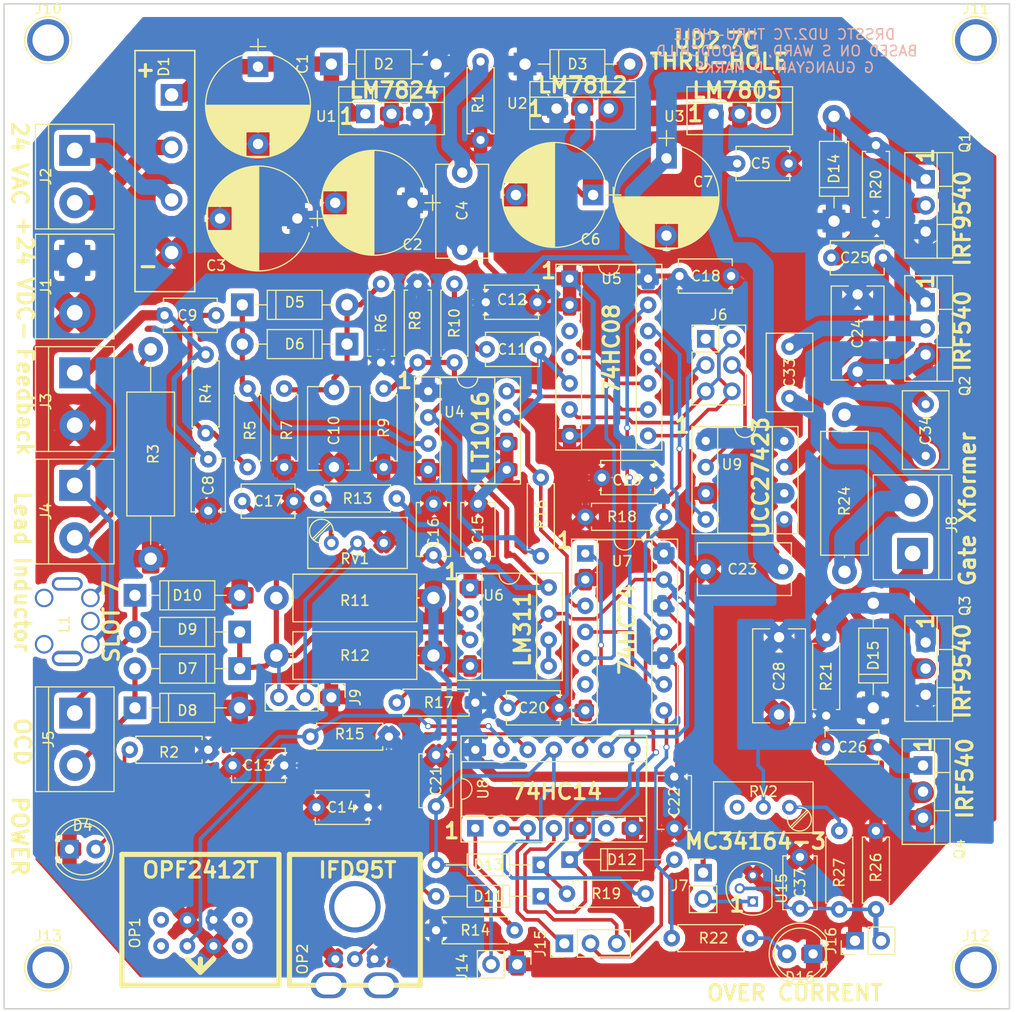
<source format=kicad_pcb>
(kicad_pcb (version 4) (host pcbnew 4.0.7)
  (layers (0 F.Cu signal) (31 B.Cu signal) (34 B.Paste user) (35 F.Paste user) (36 B.SilkS user) (37 F.SilkS user) (38 B.Mask user) (39 F.Mask user) (44 Edge.Cuts user))
  (net 0 "")
  (net 1 "Net-(C1-Pad1)")
  (net 2 GND)
  (net 3 +24V)
  (net 4 "Net-(C4-Pad2)")
  (net 5 +5V)
  (net 6 "Net-(D1-Pad3)")
  (net 7 "Net-(D1-Pad2)")
  (net 8 "Net-(D4-Pad2)")
  (net 9 "Net-(C8-Pad1)")
  (net 10 "Net-(C9-Pad1)")
  (net 11 "Net-(C10-Pad2)")
  (net 12 "Net-(C11-Pad1)")
  (net 13 "Net-(C11-Pad2)")
  (net 14 "Net-(J4-Pad2)")
  (net 15 "Net-(D5-Pad1)")
  (net 16 "Net-(R10-Pad1)")
  (net 17 "Net-(U4-Pad8)")
  (net 18 "Net-(U5-Pad10)")
  (net 19 "Net-(OP1-Pad6)")
  (net 20 "Net-(OP2-Pad2)")
  (net 21 "Net-(C16-Pad2)")
  (net 22 "Net-(C17-Pad1)")
  (net 23 "Net-(D7-Pad2)")
  (net 24 "Net-(D10-Pad1)")
  (net 25 "Net-(R13-Pad2)")
  (net 26 "Net-(U6-Pad5)")
  (net 27 "Net-(J6-Pad1)")
  (net 28 "Net-(J6-Pad2)")
  (net 29 "Net-(J6-Pad3)")
  (net 30 "Net-(J6-Pad4)")
  (net 31 "Net-(U7-Pad1)")
  (net 32 "Net-(C20-Pad2)")
  (net 33 "Net-(U5-Pad11)")
  (net 34 "Net-(U5-Pad13)")
  (net 35 "Net-(C21-Pad2)")
  (net 36 "Net-(D11-Pad1)")
  (net 37 "Net-(D11-Pad2)")
  (net 38 "Net-(D12-Pad2)")
  (net 39 "Net-(D13-Pad1)")
  (net 40 "Net-(J7-Pad2)")
  (net 41 "Net-(C25-Pad1)")
  (net 42 "Net-(C25-Pad2)")
  (net 43 "Net-(C26-Pad1)")
  (net 44 "Net-(C26-Pad2)")
  (net 45 "Net-(C33-Pad1)")
  (net 46 "Net-(C33-Pad2)")
  (net 47 "Net-(C34-Pad2)")
  (net 48 "Net-(J8-Pad1)")
  (net 49 "Net-(C37-Pad2)")
  (net 50 "Net-(R27-Pad1)")
  (net 51 +12V)
  (net 52 "Net-(D16-Pad2)")
  (net 53 "Net-(R22-Pad1)")
  (net 54 "Net-(J15-Pad1)")
  (net 55 "Net-(J15-Pad3)")
  (module .pretty:IFD95 (layer F.Cu) (at 79.756 139.192 270)
    (fp_text reference OP2 (at 0 5.08 270) (layer F.SilkS))
    (fp_text value IFD95)
    (pad 4 thru_hole oval (at 2.54 -2.54 270) (size 2.5 3.5) (drill oval 1.8 2.5) (layers *.Cu *.Mask))
    (pad 1 thru_hole circle (at 0 1.9 270) (size 1.524 1.524) (drill 0.762) (layers *.Cu *.Mask) (net 2 GND))
    (pad 2 thru_hole circle (at 0 0 270) (size 1.524 1.524) (drill 0.762) (layers *.Cu *.Mask) (net 20 "Net-(OP2-Pad2)"))
    (pad 3 thru_hole circle (at 0 -1.9 270) (size 1.524 1.524) (drill 0.762) (layers *.Cu *.Mask) (net 5 +5V))
    (pad 4 thru_hole oval (at 2.54 2.54 270) (size 2.5 3.5) (drill oval 1.8 2.5) (layers *.Cu *.Mask))
    (pad 5 thru_hole oval (at -5.08 0 270) (size 5 5) (drill oval 4) (layers *.Cu *.Mask))
  )
  (module Resistors_THT:R_Axial_DIN0207_L6.3mm_D2.5mm_P7.62mm_Horizontal (layer F.Cu) (at 83.058 117.602 180)
    (fp_text reference R15 (at 3.81 0.254 180) (layer F.SilkS))
    (fp_text value 1k)
    (pad 1 thru_hole circle (at 0 0 180) (size 1.6 1.6) (drill 0.8) (layers *.Cu *.Mask) (net 5 +5V))
    (pad 2 thru_hole oval (at 7.62 0 180) (size 1.6 1.6) (drill 0.8) (layers *.Cu *.Mask) (net 19 "Net-(OP1-Pad6)"))
  )
  (module Housings_DIP:DIP-8_W7.62mm_Socket (layer F.Cu) (at 86.868 84.074)
    (fp_text reference U4 (at 2.54 2.032) (layer F.SilkS))
    (fp_text value TL3116)
    (pad 1 thru_hole rect (at 0 0) (size 1.6 1.6) (drill 0.8) (layers *.Cu *.Mask) (net 5 +5V))
    (pad 5 thru_hole oval (at 7.62 7.62) (size 1.6 1.6) (drill 0.8) (layers *.Cu *.Mask) (net 2 GND))
    (pad 2 thru_hole oval (at 0 2.54) (size 1.6 1.6) (drill 0.8) (layers *.Cu *.Mask) (net 16 "Net-(R10-Pad1)"))
    (pad 6 thru_hole oval (at 7.62 5.08) (size 1.6 1.6) (drill 0.8) (layers *.Cu *.Mask) (net 2 GND))
    (pad 3 thru_hole oval (at 0 5.08) (size 1.6 1.6) (drill 0.8) (layers *.Cu *.Mask) (net 15 "Net-(D5-Pad1)"))
    (pad 7 thru_hole oval (at 7.62 2.54) (size 1.6 1.6) (drill 0.8) (layers *.Cu *.Mask) (net 12 "Net-(C11-Pad1)"))
    (pad 4 thru_hole oval (at 0 7.62) (size 1.6 1.6) (drill 0.8) (layers *.Cu *.Mask) (net 2 GND))
    (pad 8 thru_hole oval (at 7.62 0) (size 1.6 1.6) (drill 0.8) (layers *.Cu *.Mask) (net 17 "Net-(U4-Pad8)"))
  )
  (module Resistors_THT:R_Axial_DIN0207_L6.3mm_D2.5mm_P7.62mm_Horizontal (layer F.Cu) (at 102.108 96.266)
    (fp_text reference R18 (at 3.556 0) (layer F.SilkS))
    (fp_text value 1k)
    (pad 1 thru_hole circle (at 0 0) (size 1.6 1.6) (drill 0.8) (layers *.Cu *.Mask) (net 2 GND))
    (pad 2 thru_hole oval (at 7.62 0) (size 1.6 1.6) (drill 0.8) (layers *.Cu *.Mask) (net 36 "Net-(D11-Pad1)"))
  )
  (module .pretty:OPF2412T (layer F.Cu) (at 64.77 136.652 270)
    (fp_text reference OP1 (at 0 6.35 270) (layer F.SilkS))
    (fp_text value OPF2412T)
    (pad 1 thru_hole circle (at -1.27 -3.81 270) (size 1.524 1.524) (drill 0.762) (layers *.Cu *.Mask))
    (pad 2 thru_hole circle (at -1.27 -1.27 270) (size 1.524 1.524) (drill 0.762) (layers *.Cu *.Mask) (net 5 +5V))
    (pad 3 thru_hole circle (at -1.27 1.27 270) (size 1.524 1.524) (drill 0.762) (layers *.Cu *.Mask) (net 2 GND))
    (pad 4 thru_hole circle (at -1.27 3.81 270) (size 1.524 1.524) (drill 0.762) (layers *.Cu *.Mask))
    (pad 5 thru_hole circle (at 1.27 3.81 270) (size 1.524 1.524) (drill 0.762) (layers *.Cu *.Mask))
    (pad 6 thru_hole circle (at 1.27 1.27 270) (size 1.524 1.524) (drill 0.762) (layers *.Cu *.Mask) (net 19 "Net-(OP1-Pad6)"))
    (pad 7 thru_hole circle (at 1.27 -1.27 270) (size 1.524 1.524) (drill 0.762) (layers *.Cu *.Mask) (net 2 GND))
    (pad 8 thru_hole circle (at 1.27 -3.81 270) (size 1.524 1.524) (drill 0.762) (layers *.Cu *.Mask))
  )
  (module Capacitors_THT:C_Disc_D5.1mm_W3.2mm_P5.00mm (layer F.Cu) (at 125.476 118.618)
    (fp_text reference C26 (at 2.54 0) (layer F.SilkS))
    (fp_text value "0.1 uF")
    (pad 1 thru_hole circle (at 0 0) (size 1.6 1.6) (drill 0.8) (layers *.Cu *.Mask) (net 43 "Net-(C26-Pad1)"))
    (pad 2 thru_hole circle (at 5 0) (size 1.6 1.6) (drill 0.8) (layers *.Cu *.Mask) (net 44 "Net-(C26-Pad2)"))
  )
  (module Capacitors_THT:C_Disc_D9.0mm_W5.0mm_P7.50mm (layer F.Cu) (at 120.904 107.95 270)
    (fp_text reference C28 (at 3.81 0 270) (layer F.SilkS))
    (fp_text value "4.7 uF")
    (pad 1 thru_hole circle (at 0 0 270) (size 2 2) (drill 1) (layers *.Cu *.Mask) (net 3 +24V))
    (pad 2 thru_hole circle (at 7.5 0 270) (size 2 2) (drill 1) (layers *.Cu *.Mask) (net 2 GND))
  )
  (module Potentiometers:Potentiometer_Trimmer_Bourns_3296W (layer F.Cu) (at 121.92 124.46)
    (fp_text reference RV2 (at -2.54 -1.524) (layer F.SilkS))
    (fp_text value 5k)
    (pad 1 thru_hole circle (at 0 0) (size 1.44 1.44) (drill 0.8) (layers *.Cu *.Mask) (net 50 "Net-(R27-Pad1)"))
    (pad 2 thru_hole circle (at -2.54 0) (size 1.44 1.44) (drill 0.8) (layers *.Cu *.Mask) (net 3 +24V))
    (pad 3 thru_hole circle (at -5.08 0) (size 1.44 1.44) (drill 0.8) (layers *.Cu *.Mask))
  )
  (module Housings_DIP:DIP-8_W7.62mm_Socket (layer F.Cu) (at 113.792 88.9)
    (fp_text reference U9 (at 2.54 2.286) (layer F.SilkS))
    (fp_text value UCC27243)
    (pad 1 thru_hole rect (at 0 0) (size 1.6 1.6) (drill 0.8) (layers *.Cu *.Mask) (net 51 +12V))
    (pad 5 thru_hole oval (at 7.62 7.62) (size 1.6 1.6) (drill 0.8) (layers *.Cu *.Mask) (net 44 "Net-(C26-Pad2)"))
    (pad 2 thru_hole oval (at 0 2.54) (size 1.6 1.6) (drill 0.8) (layers *.Cu *.Mask) (net 30 "Net-(J6-Pad4)"))
    (pad 6 thru_hole oval (at 7.62 5.08) (size 1.6 1.6) (drill 0.8) (layers *.Cu *.Mask) (net 51 +12V))
    (pad 3 thru_hole oval (at 0 5.08) (size 1.6 1.6) (drill 0.8) (layers *.Cu *.Mask) (net 2 GND))
    (pad 7 thru_hole oval (at 7.62 2.54) (size 1.6 1.6) (drill 0.8) (layers *.Cu *.Mask) (net 42 "Net-(C25-Pad2)"))
    (pad 4 thru_hole oval (at 0 7.62) (size 1.6 1.6) (drill 0.8) (layers *.Cu *.Mask) (net 29 "Net-(J6-Pad3)"))
    (pad 8 thru_hole oval (at 7.62 0) (size 1.6 1.6) (drill 0.8) (layers *.Cu *.Mask) (net 51 +12V))
  )
  (module Capacitors_THT:CP_Radial_D10.0mm_P7.50mm (layer F.Cu) (at 70.358 52.578 270)
    (fp_text reference C1 (at -0.254 -4.318 270) (layer F.SilkS))
    (fp_text value "100 uF")
    (pad 1 thru_hole rect (at 0 0 270) (size 2 2) (drill 1) (layers *.Cu *.Mask) (net 1 "Net-(C1-Pad1)"))
    (pad 2 thru_hole circle (at 7.5 0 270) (size 2 2) (drill 1) (layers *.Cu *.Mask) (net 2 GND))
  )
  (module Capacitors_THT:CP_Radial_D10.0mm_P7.50mm (layer F.Cu) (at 85.344 65.786 180)
    (fp_text reference C2 (at 0 -4.064 180) (layer F.SilkS))
    (fp_text value "100 uF")
    (pad 1 thru_hole rect (at 0 0 180) (size 2 2) (drill 1) (layers *.Cu *.Mask) (net 3 +24V))
    (pad 2 thru_hole circle (at 7.5 0 180) (size 2 2) (drill 1) (layers *.Cu *.Mask) (net 2 GND))
  )
  (module Capacitors_THT:CP_Radial_D10.0mm_P7.50mm (layer F.Cu) (at 74.168 67.31 180)
    (fp_text reference C3 (at 7.874 -4.572 180) (layer F.SilkS))
    (fp_text value "100 uF")
    (pad 1 thru_hole rect (at 0 0 180) (size 2 2) (drill 1) (layers *.Cu *.Mask) (net 3 +24V))
    (pad 2 thru_hole circle (at 7.5 0 180) (size 2 2) (drill 1) (layers *.Cu *.Mask) (net 2 GND))
  )
  (module Capacitors_THT:CP_Radial_D10.0mm_P7.50mm (layer F.Cu) (at 102.87 65.024 180)
    (fp_text reference C6 (at 0.254 -4.318 180) (layer F.SilkS))
    (fp_text value "330 uF")
    (pad 1 thru_hole rect (at 0 0 180) (size 2 2) (drill 1) (layers *.Cu *.Mask) (net 51 +12V))
    (pad 2 thru_hole circle (at 7.5 0 180) (size 2 2) (drill 1) (layers *.Cu *.Mask) (net 2 GND))
  )
  (module Capacitors_THT:CP_Radial_D10.0mm_P7.50mm (layer F.Cu) (at 109.982 61.468 270)
    (fp_text reference C7 (at 2.286 -3.556 360) (layer F.SilkS))
    (fp_text value "330 uF")
    (pad 1 thru_hole rect (at 0 0 270) (size 2 2) (drill 1) (layers *.Cu *.Mask) (net 5 +5V))
    (pad 2 thru_hole circle (at 7.5 0 270) (size 2 2) (drill 1) (layers *.Cu *.Mask) (net 2 GND))
  )
  (module LEDs:LED_D5.0mm (layer F.Cu) (at 52.07 128.524)
    (fp_text reference D4 (at 1.27 -2.286) (layer F.SilkS))
    (fp_text value LED)
    (pad 1 thru_hole rect (at 0 0) (size 1.8 1.8) (drill 0.9) (layers *.Cu *.Mask) (net 2 GND))
    (pad 2 thru_hole circle (at 2.54 0) (size 1.8 1.8) (drill 0.9) (layers *.Cu *.Mask) (net 8 "Net-(D4-Pad2)"))
  )
  (module Connectors_Terminal_Blocks:TerminalBlock_bornier-2_P5.08mm (layer F.Cu) (at 52.578 71.374 270)
    (fp_text reference J1 (at 2.54 2.794 270) (layer F.SilkS))
    (fp_text value Conn_01x02)
    (pad 1 thru_hole rect (at 0 0 270) (size 3 3) (drill 1.52) (layers *.Cu *.Mask) (net 3 +24V))
    (pad 2 thru_hole circle (at 5.08 0 270) (size 3 3) (drill 1.52) (layers *.Cu *.Mask) (net 2 GND))
  )
  (module Connectors_Terminal_Blocks:TerminalBlock_bornier-2_P5.08mm (layer F.Cu) (at 52.578 60.706 270)
    (fp_text reference J2 (at 2.54 2.794 270) (layer F.SilkS))
    (fp_text value Conn_01x02)
    (pad 1 thru_hole rect (at 0 0 270) (size 3 3) (drill 1.52) (layers *.Cu *.Mask) (net 7 "Net-(D1-Pad2)"))
    (pad 2 thru_hole circle (at 5.08 0 270) (size 3 3) (drill 1.52) (layers *.Cu *.Mask) (net 6 "Net-(D1-Pad3)"))
  )
  (module Resistors_THT:R_Axial_DIN0207_L6.3mm_D2.5mm_P7.62mm_Horizontal (layer F.Cu) (at 91.948 52.07 270)
    (fp_text reference R1 (at 4.064 0.254 270) (layer F.SilkS))
    (fp_text value 1R)
    (pad 1 thru_hole circle (at 0 0 270) (size 1.6 1.6) (drill 0.8) (layers *.Cu *.Mask) (net 4 "Net-(C4-Pad2)"))
    (pad 2 thru_hole oval (at 7.62 0 270) (size 1.6 1.6) (drill 0.8) (layers *.Cu *.Mask) (net 2 GND))
  )
  (module Resistors_THT:R_Axial_DIN0207_L6.3mm_D2.5mm_P7.62mm_Horizontal (layer F.Cu) (at 65.532 118.872 180)
    (fp_text reference R2 (at 3.81 -0.254 180) (layer F.SilkS))
    (fp_text value 470R)
    (pad 1 thru_hole circle (at 0 0 180) (size 1.6 1.6) (drill 0.8) (layers *.Cu *.Mask) (net 5 +5V))
    (pad 2 thru_hole oval (at 7.62 0 180) (size 1.6 1.6) (drill 0.8) (layers *.Cu *.Mask) (net 8 "Net-(D4-Pad2)"))
  )
  (module TO_SOT_Packages_THT:TO-220-3_Vertical (layer F.Cu) (at 80.772 57.15)
    (fp_text reference U1 (at -3.81 0.254) (layer F.SilkS))
    (fp_text value LM7824_TO220)
    (pad 1 thru_hole rect (at 0 0) (size 1.8 1.8) (drill 1) (layers *.Cu *.Mask) (net 1 "Net-(C1-Pad1)"))
    (pad 2 thru_hole oval (at 2.54 0) (size 1.8 1.8) (drill 1) (layers *.Cu *.Mask) (net 2 GND))
    (pad 3 thru_hole oval (at 5.08 0) (size 1.8 1.8) (drill 1) (layers *.Cu *.Mask) (net 3 +24V))
  )
  (module TO_SOT_Packages_THT:TO-220-3_Vertical (layer F.Cu) (at 99.314 56.642)
    (fp_text reference U2 (at -3.81 -0.508) (layer F.SilkS))
    (fp_text value LM7812_TO220)
    (pad 1 thru_hole rect (at 0 0) (size 1.8 1.8) (drill 1) (layers *.Cu *.Mask) (net 3 +24V))
    (pad 2 thru_hole oval (at 2.54 0) (size 1.8 1.8) (drill 1) (layers *.Cu *.Mask) (net 2 GND))
    (pad 3 thru_hole oval (at 5.08 0) (size 1.8 1.8) (drill 1) (layers *.Cu *.Mask) (net 51 +12V))
  )
  (module TO_SOT_Packages_THT:TO-220-3_Vertical (layer F.Cu) (at 114.554 57.15)
    (fp_text reference U3 (at -3.81 0.254) (layer F.SilkS))
    (fp_text value LM7805_TO220)
    (pad 1 thru_hole rect (at 0 0) (size 1.8 1.8) (drill 1) (layers *.Cu *.Mask) (net 51 +12V))
    (pad 2 thru_hole oval (at 2.54 0) (size 1.8 1.8) (drill 1) (layers *.Cu *.Mask) (net 2 GND))
    (pad 3 thru_hole oval (at 5.08 0) (size 1.8 1.8) (drill 1) (layers *.Cu *.Mask) (net 5 +5V))
  )
  (module .pretty:Diode_Bridge_18.5x5.5_4321 (layer F.Cu) (at 61.976 70.612 270)
    (fp_text reference D1 (at -18.034 0.762 270) (layer F.SilkS))
    (fp_text value D_Bridge_-AA+)
    (pad 4 thru_hole rect (at -15.3 0 270) (size 2.1 2.1) (drill 1.3) (layers *.Cu *.Mask) (net 1 "Net-(C1-Pad1)"))
    (pad 3 thru_hole circle (at -10.2 0 270) (size 2.1 2.1) (drill 1.3) (layers *.Cu *.Mask) (net 6 "Net-(D1-Pad3)"))
    (pad 1 thru_hole circle (at 0 0 270) (size 2.1 2.1) (drill 1.3) (layers *.Cu *.Mask) (net 2 GND))
    (pad 2 thru_hole circle (at -5.1 0 270) (size 2.1 2.1) (drill 1.3) (layers *.Cu *.Mask) (net 7 "Net-(D1-Pad2)"))
  )
  (module Connectors_Terminal_Blocks:TerminalBlock_bornier-2_P5.08mm (layer F.Cu) (at 52.578 82.296 270)
    (fp_text reference J3 (at 2.794 2.794 270) (layer F.SilkS))
    (fp_text value Conn_01x02)
    (pad 1 thru_hole rect (at 0 0 270) (size 3 3) (drill 1.52) (layers *.Cu *.Mask) (net 9 "Net-(C8-Pad1)"))
    (pad 2 thru_hole circle (at 5.08 0 270) (size 3 3) (drill 1.52) (layers *.Cu *.Mask) (net 2 GND))
  )
  (module Connectors_Terminal_Blocks:TerminalBlock_bornier-2_P5.08mm (layer F.Cu) (at 52.578 93.218 270)
    (fp_text reference J4 (at 2.54 2.794 270) (layer F.SilkS))
    (fp_text value Conn_01x02)
    (pad 1 thru_hole rect (at 0 0 270) (size 3 3) (drill 1.52) (layers *.Cu *.Mask) (net 9 "Net-(C8-Pad1)"))
    (pad 2 thru_hole circle (at 5.08 0 270) (size 3 3) (drill 1.52) (layers *.Cu *.Mask) (net 14 "Net-(J4-Pad2)"))
  )
  (module Resistors_THT:R_Axial_DIN0207_L6.3mm_D2.5mm_P7.62mm_Horizontal (layer F.Cu) (at 65.278 88.138 90)
    (fp_text reference R4 (at 3.81 0 90) (layer F.SilkS))
    (fp_text value 100k)
    (pad 1 thru_hole circle (at 0 0 90) (size 1.6 1.6) (drill 0.8) (layers *.Cu *.Mask) (net 10 "Net-(C9-Pad1)"))
    (pad 2 thru_hole oval (at 7.62 0 90) (size 1.6 1.6) (drill 0.8) (layers *.Cu *.Mask) (net 9 "Net-(C8-Pad1)"))
  )
  (module Resistors_THT:R_Axial_DIN0207_L6.3mm_D2.5mm_P7.62mm_Horizontal (layer F.Cu) (at 82.296 81.28 90)
    (fp_text reference R6 (at 3.81 0 90) (layer F.SilkS))
    (fp_text value 1k)
    (pad 1 thru_hole circle (at 0 0 90) (size 1.6 1.6) (drill 0.8) (layers *.Cu *.Mask) (net 5 +5V))
    (pad 2 thru_hole oval (at 7.62 0 90) (size 1.6 1.6) (drill 0.8) (layers *.Cu *.Mask) (net 11 "Net-(C10-Pad2)"))
  )
  (module Resistors_THT:R_Axial_DIN0207_L6.3mm_D2.5mm_P7.62mm_Horizontal (layer F.Cu) (at 72.898 83.82 270)
    (fp_text reference R7 (at 4.064 -0.254 450) (layer F.SilkS))
    (fp_text value 470R)
    (pad 1 thru_hole circle (at 0 0 270) (size 1.6 1.6) (drill 0.8) (layers *.Cu *.Mask) (net 11 "Net-(C10-Pad2)"))
    (pad 2 thru_hole oval (at 7.62 0 270) (size 1.6 1.6) (drill 0.8) (layers *.Cu *.Mask) (net 2 GND))
  )
  (module Resistors_THT:R_Axial_DIN0207_L6.3mm_D2.5mm_P7.62mm_Horizontal (layer F.Cu) (at 85.852 73.66 270)
    (fp_text reference R8 (at 3.556 0.254 270) (layer F.SilkS))
    (fp_text value 1k)
    (pad 1 thru_hole circle (at 0 0 270) (size 1.6 1.6) (drill 0.8) (layers *.Cu *.Mask) (net 5 +5V))
    (pad 2 thru_hole oval (at 7.62 0 270) (size 1.6 1.6) (drill 0.8) (layers *.Cu *.Mask) (net 16 "Net-(R10-Pad1)"))
  )
  (module Resistors_THT:R_Axial_DIN0207_L6.3mm_D2.5mm_P7.62mm_Horizontal (layer F.Cu) (at 82.55 83.82 270)
    (fp_text reference R9 (at 3.81 0 270) (layer F.SilkS))
    (fp_text value 470R)
    (pad 1 thru_hole circle (at 0 0 270) (size 1.6 1.6) (drill 0.8) (layers *.Cu *.Mask) (net 16 "Net-(R10-Pad1)"))
    (pad 2 thru_hole oval (at 7.62 0 270) (size 1.6 1.6) (drill 0.8) (layers *.Cu *.Mask) (net 2 GND))
  )
  (module Resistors_THT:R_Axial_DIN0207_L6.3mm_D2.5mm_P7.62mm_Horizontal (layer F.Cu) (at 89.408 81.28 90)
    (fp_text reference R10 (at 3.81 0 90) (layer F.SilkS))
    (fp_text value 470R)
    (pad 1 thru_hole circle (at 0 0 90) (size 1.6 1.6) (drill 0.8) (layers *.Cu *.Mask) (net 16 "Net-(R10-Pad1)"))
    (pad 2 thru_hole oval (at 7.62 0 90) (size 1.6 1.6) (drill 0.8) (layers *.Cu *.Mask) (net 13 "Net-(C11-Pad2)"))
  )
  (module Resistors_THT:R_Axial_DIN0207_L6.3mm_D2.5mm_P7.62mm_Horizontal (layer F.Cu) (at 69.342 83.82 270)
    (fp_text reference R5 (at 4.064 -0.254 270) (layer F.SilkS))
    (fp_text value 1k)
    (pad 1 thru_hole circle (at 0 0 270) (size 1.6 1.6) (drill 0.8) (layers *.Cu *.Mask) (net 15 "Net-(D5-Pad1)"))
    (pad 2 thru_hole oval (at 7.62 0 270) (size 1.6 1.6) (drill 0.8) (layers *.Cu *.Mask) (net 10 "Net-(C9-Pad1)"))
  )
  (module Housings_DIP:DIP-14_W7.62mm_Socket (layer F.Cu) (at 100.584 73.152)
    (fp_text reference U5 (at 4.064 0) (layer F.SilkS))
    (fp_text value 74HC08)
    (pad 1 thru_hole rect (at 0 0) (size 1.6 1.6) (drill 0.8) (layers *.Cu *.Mask) (net 2 GND))
    (pad 8 thru_hole oval (at 7.62 15.24) (size 1.6 1.6) (drill 0.8) (layers *.Cu *.Mask) (net 27 "Net-(J6-Pad1)"))
    (pad 2 thru_hole oval (at 0 2.54) (size 1.6 1.6) (drill 0.8) (layers *.Cu *.Mask) (net 2 GND))
    (pad 9 thru_hole oval (at 7.62 12.7) (size 1.6 1.6) (drill 0.8) (layers *.Cu *.Mask) (net 17 "Net-(U4-Pad8)"))
    (pad 3 thru_hole oval (at 0 5.08) (size 1.6 1.6) (drill 0.8) (layers *.Cu *.Mask))
    (pad 10 thru_hole oval (at 7.62 10.16) (size 1.6 1.6) (drill 0.8) (layers *.Cu *.Mask) (net 18 "Net-(U5-Pad10)"))
    (pad 4 thru_hole oval (at 0 7.62) (size 1.6 1.6) (drill 0.8) (layers *.Cu *.Mask) (net 18 "Net-(U5-Pad10)"))
    (pad 11 thru_hole oval (at 7.62 7.62) (size 1.6 1.6) (drill 0.8) (layers *.Cu *.Mask) (net 33 "Net-(U5-Pad11)"))
    (pad 5 thru_hole oval (at 0 10.16) (size 1.6 1.6) (drill 0.8) (layers *.Cu *.Mask) (net 12 "Net-(C11-Pad1)"))
    (pad 12 thru_hole oval (at 7.62 5.08) (size 1.6 1.6) (drill 0.8) (layers *.Cu *.Mask) (net 36 "Net-(D11-Pad1)"))
    (pad 6 thru_hole oval (at 0 12.7) (size 1.6 1.6) (drill 0.8) (layers *.Cu *.Mask) (net 28 "Net-(J6-Pad2)"))
    (pad 13 thru_hole oval (at 7.62 2.54) (size 1.6 1.6) (drill 0.8) (layers *.Cu *.Mask) (net 34 "Net-(U5-Pad13)"))
    (pad 7 thru_hole oval (at 0 15.24) (size 1.6 1.6) (drill 0.8) (layers *.Cu *.Mask) (net 2 GND))
    (pad 14 thru_hole oval (at 7.62 0) (size 1.6 1.6) (drill 0.8) (layers *.Cu *.Mask) (net 5 +5V))
  )
  (module Connectors_Terminal_Blocks:TerminalBlock_bornier-2_P5.08mm (layer F.Cu) (at 52.578 115.316 270)
    (fp_text reference J5 (at 2.54 2.54 270) (layer F.SilkS))
    (fp_text value Conn_01x02)
    (pad 1 thru_hole rect (at 0 0 270) (size 3 3) (drill 1.52) (layers *.Cu *.Mask) (net 24 "Net-(D10-Pad1)"))
    (pad 2 thru_hole circle (at 5.08 0 270) (size 3 3) (drill 1.52) (layers *.Cu *.Mask) (net 23 "Net-(D7-Pad2)"))
  )
  (module Diodes_THT:D_DO-41_SOD81_P10.16mm_Horizontal (layer F.Cu) (at 68.58 110.998 180)
    (fp_text reference D7 (at 5.08 0 180) (layer F.SilkS))
    (fp_text value 1N5818)
    (pad 1 thru_hole rect (at 0 0 180) (size 2.2 2.2) (drill 1.1) (layers *.Cu *.Mask) (net 22 "Net-(C17-Pad1)"))
    (pad 2 thru_hole oval (at 10.16 0 180) (size 2.2 2.2) (drill 1.1) (layers *.Cu *.Mask) (net 23 "Net-(D7-Pad2)"))
  )
  (module Diodes_THT:D_DO-41_SOD81_P10.16mm_Horizontal (layer F.Cu) (at 58.42 114.808)
    (fp_text reference D8 (at 5.08 0.254) (layer F.SilkS))
    (fp_text value 1N5818)
    (pad 1 thru_hole rect (at 0 0) (size 2.2 2.2) (drill 1.1) (layers *.Cu *.Mask) (net 23 "Net-(D7-Pad2)"))
    (pad 2 thru_hole oval (at 10.16 0) (size 2.2 2.2) (drill 1.1) (layers *.Cu *.Mask) (net 2 GND))
  )
  (module Diodes_THT:D_DO-41_SOD81_P10.16mm_Horizontal (layer F.Cu) (at 68.58 107.442 180)
    (fp_text reference D9 (at 5.08 0.254 180) (layer F.SilkS))
    (fp_text value 1N5818)
    (pad 1 thru_hole rect (at 0 0 180) (size 2.2 2.2) (drill 1.1) (layers *.Cu *.Mask) (net 22 "Net-(C17-Pad1)"))
    (pad 2 thru_hole oval (at 10.16 0 180) (size 2.2 2.2) (drill 1.1) (layers *.Cu *.Mask) (net 24 "Net-(D10-Pad1)"))
  )
  (module Diodes_THT:D_DO-41_SOD81_P10.16mm_Horizontal (layer F.Cu) (at 58.42 103.886)
    (fp_text reference D10 (at 5.08 0) (layer F.SilkS))
    (fp_text value 1N5818)
    (pad 1 thru_hole rect (at 0 0) (size 2.2 2.2) (drill 1.1) (layers *.Cu *.Mask) (net 24 "Net-(D10-Pad1)"))
    (pad 2 thru_hole oval (at 10.16 0) (size 2.2 2.2) (drill 1.1) (layers *.Cu *.Mask) (net 2 GND))
  )
  (module Resistors_THT:R_Axial_DIN0414_L11.9mm_D4.5mm_P15.24mm_Horizontal (layer F.Cu) (at 72.136 104.14)
    (fp_text reference R11 (at 7.62 0.254) (layer F.SilkS))
    (fp_text value 5.1R)
    (pad 1 thru_hole circle (at 0 0) (size 2.4 2.4) (drill 1.2) (layers *.Cu *.Mask) (net 22 "Net-(C17-Pad1)"))
    (pad 2 thru_hole oval (at 15.24 0) (size 2.4 2.4) (drill 1.2) (layers *.Cu *.Mask) (net 2 GND))
  )
  (module Resistors_THT:R_Axial_DIN0414_L11.9mm_D4.5mm_P15.24mm_Horizontal (layer F.Cu) (at 72.136 109.728)
    (fp_text reference R12 (at 7.62 0) (layer F.SilkS))
    (fp_text value 5.1R)
    (pad 1 thru_hole circle (at 0 0) (size 2.4 2.4) (drill 1.2) (layers *.Cu *.Mask) (net 22 "Net-(C17-Pad1)"))
    (pad 2 thru_hole oval (at 15.24 0) (size 2.4 2.4) (drill 1.2) (layers *.Cu *.Mask) (net 2 GND))
  )
  (module Resistors_THT:R_Axial_DIN0207_L6.3mm_D2.5mm_P7.62mm_Horizontal (layer F.Cu) (at 83.82 94.488 180)
    (fp_text reference R13 (at 3.81 0 180) (layer F.SilkS))
    (fp_text value 1.8k)
    (pad 1 thru_hole circle (at 0 0 180) (size 1.6 1.6) (drill 0.8) (layers *.Cu *.Mask) (net 51 +12V))
    (pad 2 thru_hole oval (at 7.62 0 180) (size 1.6 1.6) (drill 0.8) (layers *.Cu *.Mask) (net 25 "Net-(R13-Pad2)"))
  )
  (module Potentiometers:Potentiometer_Trimmer_Bourns_3296W (layer F.Cu) (at 77.47 98.806 180)
    (fp_text reference RV1 (at -2.286 -1.524 180) (layer F.SilkS))
    (fp_text value 10k)
    (pad 1 thru_hole circle (at 0 0 180) (size 1.44 1.44) (drill 0.8) (layers *.Cu *.Mask) (net 25 "Net-(R13-Pad2)"))
    (pad 2 thru_hole circle (at -2.54 0 180) (size 1.44 1.44) (drill 0.8) (layers *.Cu *.Mask) (net 21 "Net-(C16-Pad2)"))
    (pad 3 thru_hole circle (at -5.08 0 180) (size 1.44 1.44) (drill 0.8) (layers *.Cu *.Mask) (net 2 GND))
  )
  (module Housings_DIP:DIP-8_W7.62mm_Socket (layer F.Cu) (at 90.932 103.124)
    (fp_text reference U6 (at 2.286 0.762) (layer F.SilkS))
    (fp_text value LM311)
    (pad 1 thru_hole rect (at 0 0) (size 1.6 1.6) (drill 0.8) (layers *.Cu *.Mask) (net 2 GND))
    (pad 5 thru_hole oval (at 7.62 7.62) (size 1.6 1.6) (drill 0.8) (layers *.Cu *.Mask) (net 26 "Net-(U6-Pad5)"))
    (pad 2 thru_hole oval (at 0 2.54) (size 1.6 1.6) (drill 0.8) (layers *.Cu *.Mask) (net 21 "Net-(C16-Pad2)"))
    (pad 6 thru_hole oval (at 7.62 5.08) (size 1.6 1.6) (drill 0.8) (layers *.Cu *.Mask) (net 26 "Net-(U6-Pad5)"))
    (pad 3 thru_hole oval (at 0 5.08) (size 1.6 1.6) (drill 0.8) (layers *.Cu *.Mask) (net 22 "Net-(C17-Pad1)"))
    (pad 7 thru_hole oval (at 7.62 2.54) (size 1.6 1.6) (drill 0.8) (layers *.Cu *.Mask) (net 32 "Net-(C20-Pad2)"))
    (pad 4 thru_hole oval (at 0 7.62) (size 1.6 1.6) (drill 0.8) (layers *.Cu *.Mask) (net 2 GND))
    (pad 8 thru_hole oval (at 7.62 0) (size 1.6 1.6) (drill 0.8) (layers *.Cu *.Mask) (net 51 +12V))
  )
  (module Diodes_THT:D_DO-41_SOD81_P10.16mm_Horizontal (layer F.Cu) (at 68.834 75.692)
    (fp_text reference D5 (at 5.08 -0.254) (layer F.SilkS))
    (fp_text value 1N5818)
    (pad 1 thru_hole rect (at 0 0) (size 2.2 2.2) (drill 1.1) (layers *.Cu *.Mask) (net 15 "Net-(D5-Pad1)"))
    (pad 2 thru_hole oval (at 10.16 0) (size 2.2 2.2) (drill 1.1) (layers *.Cu *.Mask) (net 11 "Net-(C10-Pad2)"))
  )
  (module Diodes_THT:D_DO-41_SOD81_P10.16mm_Horizontal (layer F.Cu) (at 78.994 79.502 180)
    (fp_text reference D6 (at 5.08 0 180) (layer F.SilkS))
    (fp_text value 1N5818)
    (pad 1 thru_hole rect (at 0 0 180) (size 2.2 2.2) (drill 1.1) (layers *.Cu *.Mask) (net 11 "Net-(C10-Pad2)"))
    (pad 2 thru_hole oval (at 10.16 0 180) (size 2.2 2.2) (drill 1.1) (layers *.Cu *.Mask) (net 15 "Net-(D5-Pad1)"))
  )
  (module Resistors_THT:R_Axial_DIN0207_L6.3mm_D2.5mm_P7.62mm_Horizontal (layer F.Cu) (at 95.25 136.398 180)
    (fp_text reference R14 (at 3.81 0 180) (layer F.SilkS))
    (fp_text value 1k)
    (pad 1 thru_hole circle (at 0 0 180) (size 1.6 1.6) (drill 0.8) (layers *.Cu *.Mask) (net 20 "Net-(OP2-Pad2)"))
    (pad 2 thru_hole oval (at 7.62 0 180) (size 1.6 1.6) (drill 0.8) (layers *.Cu *.Mask) (net 5 +5V))
  )
  (module Capacitors_THT:C_Disc_D5.1mm_W3.2mm_P5.00mm (layer F.Cu) (at 116.84 61.976)
    (fp_text reference C5 (at 2.286 0) (layer F.SilkS))
    (fp_text value "0.1 uF")
    (pad 1 thru_hole circle (at 0 0) (size 1.6 1.6) (drill 0.8) (layers *.Cu *.Mask) (net 51 +12V))
    (pad 2 thru_hole circle (at 5 0) (size 1.6 1.6) (drill 0.8) (layers *.Cu *.Mask) (net 2 GND))
  )
  (module Capacitors_THT:C_Disc_D5.1mm_W3.2mm_P5.00mm (layer F.Cu) (at 66.294 76.708 180)
    (fp_text reference C9 (at 2.794 0 180) (layer F.SilkS))
    (fp_text value "0.1 uF")
    (pad 1 thru_hole circle (at 0 0 180) (size 1.6 1.6) (drill 0.8) (layers *.Cu *.Mask) (net 10 "Net-(C9-Pad1)"))
    (pad 2 thru_hole circle (at 5 0 180) (size 1.6 1.6) (drill 0.8) (layers *.Cu *.Mask) (net 9 "Net-(C8-Pad1)"))
  )
  (module Capacitors_THT:C_Disc_D5.1mm_W3.2mm_P5.00mm (layer F.Cu) (at 97.536 80.01 180)
    (fp_text reference C11 (at 2.54 0 180) (layer F.SilkS))
    (fp_text value "1 nF")
    (pad 1 thru_hole circle (at 0 0 180) (size 1.6 1.6) (drill 0.8) (layers *.Cu *.Mask) (net 12 "Net-(C11-Pad1)"))
    (pad 2 thru_hole circle (at 5 0 180) (size 1.6 1.6) (drill 0.8) (layers *.Cu *.Mask) (net 13 "Net-(C11-Pad2)"))
  )
  (module Capacitors_THT:C_Disc_D5.1mm_W3.2mm_P5.00mm (layer F.Cu) (at 72.898 120.396 180)
    (fp_text reference C13 (at 2.54 0 180) (layer F.SilkS))
    (fp_text value "0.1 uF")
    (pad 1 thru_hole circle (at 0 0 180) (size 1.6 1.6) (drill 0.8) (layers *.Cu *.Mask) (net 5 +5V))
    (pad 2 thru_hole circle (at 5 0 180) (size 1.6 1.6) (drill 0.8) (layers *.Cu *.Mask) (net 2 GND))
  )
  (module Capacitors_THT:C_Disc_D5.1mm_W3.2mm_P5.00mm (layer F.Cu) (at 81.026 124.46 180)
    (fp_text reference C14 (at 2.54 0 180) (layer F.SilkS))
    (fp_text value "0.1 uF")
    (pad 1 thru_hole circle (at 0 0 180) (size 1.6 1.6) (drill 0.8) (layers *.Cu *.Mask) (net 5 +5V))
    (pad 2 thru_hole circle (at 5 0 180) (size 1.6 1.6) (drill 0.8) (layers *.Cu *.Mask) (net 2 GND))
  )
  (module Capacitors_THT:C_Disc_D5.1mm_W3.2mm_P5.00mm (layer F.Cu) (at 91.694 94.996 270)
    (fp_text reference C15 (at 2.54 0 270) (layer F.SilkS))
    (fp_text value "0.1 uF")
    (pad 1 thru_hole circle (at 0 0 270) (size 1.6 1.6) (drill 0.8) (layers *.Cu *.Mask) (net 2 GND))
    (pad 2 thru_hole circle (at 5 0 270) (size 1.6 1.6) (drill 0.8) (layers *.Cu *.Mask) (net 51 +12V))
  )
  (module Capacitors_THT:C_Disc_D5.1mm_W3.2mm_P5.00mm (layer F.Cu) (at 87.376 94.996 270)
    (fp_text reference C16 (at 2.794 0 270) (layer F.SilkS))
    (fp_text value "0.1 uF")
    (pad 1 thru_hole circle (at 0 0 270) (size 1.6 1.6) (drill 0.8) (layers *.Cu *.Mask) (net 2 GND))
    (pad 2 thru_hole circle (at 5 0 270) (size 1.6 1.6) (drill 0.8) (layers *.Cu *.Mask) (net 21 "Net-(C16-Pad2)"))
  )
  (module Capacitors_THT:C_Disc_D5.1mm_W3.2mm_P5.00mm (layer F.Cu) (at 68.834 94.742)
    (fp_text reference C17 (at 2.54 0) (layer F.SilkS))
    (fp_text value "1 nF")
    (pad 1 thru_hole circle (at 0 0) (size 1.6 1.6) (drill 0.8) (layers *.Cu *.Mask) (net 22 "Net-(C17-Pad1)"))
    (pad 2 thru_hole circle (at 5 0) (size 1.6 1.6) (drill 0.8) (layers *.Cu *.Mask) (net 2 GND))
  )
  (module Capacitors_THT:C_Disc_D5.1mm_W3.2mm_P5.00mm (layer F.Cu) (at 65.532 90.678 270)
    (fp_text reference C8 (at 2.54 0 270) (layer F.SilkS))
    (fp_text value "150 pF")
    (pad 1 thru_hole circle (at 0 0 270) (size 1.6 1.6) (drill 0.8) (layers *.Cu *.Mask) (net 9 "Net-(C8-Pad1)"))
    (pad 2 thru_hole circle (at 5 0 270) (size 1.6 1.6) (drill 0.8) (layers *.Cu *.Mask) (net 2 GND))
  )
  (module Capacitors_THT:C_Disc_D8.0mm_W5.0mm_P7.50mm (layer F.Cu) (at 77.724 91.44 90)
    (fp_text reference C10 (at 3.556 0 90) (layer F.SilkS))
    (fp_text value "1 uF")
    (pad 1 thru_hole circle (at 0 0 90) (size 2 2) (drill 1) (layers *.Cu *.Mask) (net 2 GND))
    (pad 2 thru_hole circle (at 7.5 0 90) (size 2 2) (drill 1) (layers *.Cu *.Mask) (net 11 "Net-(C10-Pad2)"))
  )
  (module Capacitors_THT:C_Disc_D5.1mm_W3.2mm_P5.00mm (layer F.Cu) (at 92.456 75.438)
    (fp_text reference C12 (at 2.54 -0.254) (layer F.SilkS))
    (fp_text value "0.1 uF")
    (pad 1 thru_hole circle (at 0 0) (size 1.6 1.6) (drill 0.8) (layers *.Cu *.Mask) (net 5 +5V))
    (pad 2 thru_hole circle (at 5 0) (size 1.6 1.6) (drill 0.8) (layers *.Cu *.Mask) (net 2 GND))
  )
  (module Pin_Headers:Pin_Header_Straight_2x03_Pitch2.54mm (layer F.Cu) (at 113.792 78.994)
    (fp_text reference J6 (at 1.27 -2.33) (layer F.SilkS))
    (fp_text value Conn_02x03_Odd_Even)
    (pad 1 thru_hole rect (at 0 0) (size 1.7 1.7) (drill 1) (layers *.Cu *.Mask) (net 27 "Net-(J6-Pad1)"))
    (pad 2 thru_hole oval (at 2.54 0) (size 1.7 1.7) (drill 1) (layers *.Cu *.Mask) (net 28 "Net-(J6-Pad2)"))
    (pad 3 thru_hole oval (at 0 2.54) (size 1.7 1.7) (drill 1) (layers *.Cu *.Mask) (net 29 "Net-(J6-Pad3)"))
    (pad 4 thru_hole oval (at 2.54 2.54) (size 1.7 1.7) (drill 1) (layers *.Cu *.Mask) (net 30 "Net-(J6-Pad4)"))
    (pad 5 thru_hole oval (at 0 5.08) (size 1.7 1.7) (drill 1) (layers *.Cu *.Mask) (net 28 "Net-(J6-Pad2)"))
    (pad 6 thru_hole oval (at 2.54 5.08) (size 1.7 1.7) (drill 1) (layers *.Cu *.Mask) (net 27 "Net-(J6-Pad1)"))
  )
  (module Resistors_THT:R_Axial_DIN0207_L6.3mm_D2.5mm_P7.62mm_Horizontal (layer F.Cu) (at 97.79 100.076 90)
    (fp_text reference R16 (at 4.064 0 90) (layer F.SilkS))
    (fp_text value 100k)
    (pad 1 thru_hole circle (at 0 0 90) (size 1.6 1.6) (drill 0.8) (layers *.Cu *.Mask) (net 16 "Net-(R10-Pad1)"))
    (pad 2 thru_hole oval (at 7.62 0 90) (size 1.6 1.6) (drill 0.8) (layers *.Cu *.Mask) (net 12 "Net-(C11-Pad1)"))
  )
  (module Capacitors_THT:C_Disc_D5.1mm_W3.2mm_P5.00mm (layer F.Cu) (at 111.252 72.898)
    (fp_text reference C18 (at 2.54 0) (layer F.SilkS))
    (fp_text value "0.1 uF")
    (pad 1 thru_hole circle (at 0 0) (size 1.6 1.6) (drill 0.8) (layers *.Cu *.Mask) (net 5 +5V))
    (pad 2 thru_hole circle (at 5 0) (size 1.6 1.6) (drill 0.8) (layers *.Cu *.Mask) (net 2 GND))
  )
  (module Capacitors_THT:C_Disc_D5.1mm_W3.2mm_P5.00mm (layer F.Cu) (at 108.712 92.456 180)
    (fp_text reference C19 (at 2.54 -0.254 180) (layer F.SilkS))
    (fp_text value "0.1 uF")
    (pad 1 thru_hole circle (at 0 0 180) (size 1.6 1.6) (drill 0.8) (layers *.Cu *.Mask) (net 5 +5V))
    (pad 2 thru_hole circle (at 5 0 180) (size 1.6 1.6) (drill 0.8) (layers *.Cu *.Mask) (net 2 GND))
  )
  (module Housings_DIP:DIP-14_W7.62mm_Socket (layer F.Cu) (at 102.108 99.822)
    (fp_text reference U7 (at 3.556 0.762) (layer F.SilkS))
    (fp_text value 74HC74)
    (pad 1 thru_hole rect (at 0 0) (size 1.6 1.6) (drill 0.8) (layers *.Cu *.Mask) (net 31 "Net-(U7-Pad1)"))
    (pad 8 thru_hole oval (at 7.62 15.24) (size 1.6 1.6) (drill 0.8) (layers *.Cu *.Mask) (net 53 "Net-(R22-Pad1)"))
    (pad 2 thru_hole oval (at 0 2.54) (size 1.6 1.6) (drill 0.8) (layers *.Cu *.Mask) (net 2 GND))
    (pad 9 thru_hole oval (at 7.62 12.7) (size 1.6 1.6) (drill 0.8) (layers *.Cu *.Mask) (net 34 "Net-(U5-Pad13)"))
    (pad 3 thru_hole oval (at 0 5.08) (size 1.6 1.6) (drill 0.8) (layers *.Cu *.Mask) (net 12 "Net-(C11-Pad1)"))
    (pad 10 thru_hole oval (at 7.62 10.16) (size 1.6 1.6) (drill 0.8) (layers *.Cu *.Mask) (net 5 +5V))
    (pad 4 thru_hole oval (at 0 7.62) (size 1.6 1.6) (drill 0.8) (layers *.Cu *.Mask) (net 39 "Net-(D13-Pad1)"))
    (pad 11 thru_hole oval (at 7.62 7.62) (size 1.6 1.6) (drill 0.8) (layers *.Cu *.Mask) (net 36 "Net-(D11-Pad1)"))
    (pad 5 thru_hole oval (at 0 10.16) (size 1.6 1.6) (drill 0.8) (layers *.Cu *.Mask) (net 18 "Net-(U5-Pad10)"))
    (pad 12 thru_hole oval (at 7.62 5.08) (size 1.6 1.6) (drill 0.8) (layers *.Cu *.Mask) (net 5 +5V))
    (pad 6 thru_hole oval (at 0 12.7) (size 1.6 1.6) (drill 0.8) (layers *.Cu *.Mask))
    (pad 13 thru_hole oval (at 7.62 2.54) (size 1.6 1.6) (drill 0.8) (layers *.Cu *.Mask) (net 32 "Net-(C20-Pad2)"))
    (pad 7 thru_hole oval (at 0 15.24) (size 1.6 1.6) (drill 0.8) (layers *.Cu *.Mask) (net 2 GND))
    (pad 14 thru_hole oval (at 7.62 0) (size 1.6 1.6) (drill 0.8) (layers *.Cu *.Mask) (net 5 +5V))
  )
  (module Capacitors_THT:C_Disc_D5.1mm_W3.2mm_P5.00mm (layer F.Cu) (at 99.568 114.808 180)
    (fp_text reference C20 (at 2.54 0 180) (layer F.SilkS))
    (fp_text value "1 nF")
    (pad 1 thru_hole circle (at 0 0 180) (size 1.6 1.6) (drill 0.8) (layers *.Cu *.Mask) (net 2 GND))
    (pad 2 thru_hole circle (at 5 0 180) (size 1.6 1.6) (drill 0.8) (layers *.Cu *.Mask) (net 32 "Net-(C20-Pad2)"))
  )
  (module Resistors_THT:R_Axial_DIN0207_L6.3mm_D2.5mm_P7.62mm_Horizontal (layer F.Cu) (at 83.82 114.3)
    (fp_text reference R17 (at 4.064 0) (layer F.SilkS))
    (fp_text value 1k)
    (pad 1 thru_hole circle (at 0 0) (size 1.6 1.6) (drill 0.8) (layers *.Cu *.Mask) (net 32 "Net-(C20-Pad2)"))
    (pad 2 thru_hole oval (at 7.62 0) (size 1.6 1.6) (drill 0.8) (layers *.Cu *.Mask) (net 5 +5V))
  )
  (module Capacitors_THT:C_Disc_D5.1mm_W3.2mm_P5.00mm (layer F.Cu) (at 87.63 119.38 270)
    (fp_text reference C21 (at 2.54 0 270) (layer F.SilkS))
    (fp_text value "10 nF")
    (pad 1 thru_hole circle (at 0 0 270) (size 1.6 1.6) (drill 0.8) (layers *.Cu *.Mask) (net 2 GND))
    (pad 2 thru_hole circle (at 5 0 270) (size 1.6 1.6) (drill 0.8) (layers *.Cu *.Mask) (net 35 "Net-(C21-Pad2)"))
  )
  (module Diodes_THT:D_DO-35_SOD27_P10.16mm_Horizontal (layer F.Cu) (at 97.79 133.096 180)
    (fp_text reference D11 (at 5.08 0 180) (layer F.SilkS))
    (fp_text value 1N4148)
    (pad 1 thru_hole rect (at 0 0 180) (size 1.6 1.6) (drill 0.8) (layers *.Cu *.Mask) (net 36 "Net-(D11-Pad1)"))
    (pad 2 thru_hole oval (at 10.16 0 180) (size 1.6 1.6) (drill 0.8) (layers *.Cu *.Mask) (net 37 "Net-(D11-Pad2)"))
  )
  (module Diodes_THT:D_DO-35_SOD27_P10.16mm_Horizontal (layer F.Cu) (at 100.584 129.54)
    (fp_text reference D12 (at 5.08 0) (layer F.SilkS))
    (fp_text value 1N4148)
    (pad 1 thru_hole rect (at 0 0) (size 1.6 1.6) (drill 0.8) (layers *.Cu *.Mask) (net 36 "Net-(D11-Pad1)"))
    (pad 2 thru_hole oval (at 10.16 0) (size 1.6 1.6) (drill 0.8) (layers *.Cu *.Mask) (net 38 "Net-(D12-Pad2)"))
  )
  (module Diodes_THT:D_DO-35_SOD27_P10.16mm_Horizontal (layer F.Cu) (at 97.79 130.048 180)
    (fp_text reference D13 (at 5.08 0 180) (layer F.SilkS))
    (fp_text value 1N4148)
    (pad 1 thru_hole rect (at 0 0 180) (size 1.6 1.6) (drill 0.8) (layers *.Cu *.Mask) (net 39 "Net-(D13-Pad1)"))
    (pad 2 thru_hole oval (at 10.16 0 180) (size 1.6 1.6) (drill 0.8) (layers *.Cu *.Mask) (net 35 "Net-(C21-Pad2)"))
  )
  (module Resistors_THT:R_Axial_DIN0207_L6.3mm_D2.5mm_P7.62mm_Horizontal (layer F.Cu) (at 107.95 132.842 180)
    (fp_text reference R19 (at 3.81 0 180) (layer F.SilkS))
    (fp_text value 10k)
    (pad 1 thru_hole circle (at 0 0 180) (size 1.6 1.6) (drill 0.8) (layers *.Cu *.Mask) (net 35 "Net-(C21-Pad2)"))
    (pad 2 thru_hole oval (at 7.62 0 180) (size 1.6 1.6) (drill 0.8) (layers *.Cu *.Mask) (net 39 "Net-(D13-Pad1)"))
  )
  (module Housings_DIP:DIP-14_W7.62mm_Socket (layer F.Cu) (at 91.44 126.492 90)
    (fp_text reference U8 (at 3.81 0.762 90) (layer F.SilkS))
    (fp_text value 74HC14)
    (pad 1 thru_hole rect (at 0 0 90) (size 1.6 1.6) (drill 0.8) (layers *.Cu *.Mask) (net 20 "Net-(OP2-Pad2)"))
    (pad 8 thru_hole oval (at 7.62 15.24 90) (size 1.6 1.6) (drill 0.8) (layers *.Cu *.Mask) (net 39 "Net-(D13-Pad1)"))
    (pad 2 thru_hole oval (at 0 2.54 90) (size 1.6 1.6) (drill 0.8) (layers *.Cu *.Mask) (net 54 "Net-(J15-Pad1)"))
    (pad 9 thru_hole oval (at 7.62 12.7 90) (size 1.6 1.6) (drill 0.8) (layers *.Cu *.Mask) (net 33 "Net-(U5-Pad11)"))
    (pad 3 thru_hole oval (at 0 5.08 90) (size 1.6 1.6) (drill 0.8) (layers *.Cu *.Mask) (net 54 "Net-(J15-Pad1)"))
    (pad 10 thru_hole oval (at 7.62 10.16 90) (size 1.6 1.6) (drill 0.8) (layers *.Cu *.Mask) (net 31 "Net-(U7-Pad1)"))
    (pad 4 thru_hole oval (at 0 7.62 90) (size 1.6 1.6) (drill 0.8) (layers *.Cu *.Mask) (net 55 "Net-(J15-Pad3)"))
    (pad 11 thru_hole oval (at 7.62 7.62 90) (size 1.6 1.6) (drill 0.8) (layers *.Cu *.Mask) (net 35 "Net-(C21-Pad2)"))
    (pad 5 thru_hole oval (at 0 10.16 90) (size 1.6 1.6) (drill 0.8) (layers *.Cu *.Mask) (net 2 GND))
    (pad 12 thru_hole oval (at 7.62 5.08 90) (size 1.6 1.6) (drill 0.8) (layers *.Cu *.Mask) (net 37 "Net-(D11-Pad2)"))
    (pad 6 thru_hole oval (at 0 12.7 90) (size 1.6 1.6) (drill 0.8) (layers *.Cu *.Mask))
    (pad 13 thru_hole oval (at 7.62 2.54 90) (size 1.6 1.6) (drill 0.8) (layers *.Cu *.Mask) (net 19 "Net-(OP1-Pad6)"))
    (pad 7 thru_hole oval (at 0 15.24 90) (size 1.6 1.6) (drill 0.8) (layers *.Cu *.Mask) (net 2 GND))
    (pad 14 thru_hole oval (at 7.62 0 90) (size 1.6 1.6) (drill 0.8) (layers *.Cu *.Mask) (net 5 +5V))
  )
  (module Capacitors_THT:C_Disc_D5.1mm_W3.2mm_P5.00mm (layer F.Cu) (at 110.744 126.492 90)
    (fp_text reference C22 (at 2.54 0 90) (layer F.SilkS))
    (fp_text value "0.1 uF")
    (pad 1 thru_hole circle (at 0 0 90) (size 1.6 1.6) (drill 0.8) (layers *.Cu *.Mask) (net 2 GND))
    (pad 2 thru_hole circle (at 5 0 90) (size 1.6 1.6) (drill 0.8) (layers *.Cu *.Mask) (net 5 +5V))
  )
  (module Pin_Headers:Pin_Header_Straight_1x02_Pitch2.54mm (layer F.Cu) (at 113.538 130.81)
    (fp_text reference J7 (at -2.286 1.27) (layer F.SilkS))
    (fp_text value Conn_01x02)
    (pad 1 thru_hole rect (at 0 0) (size 1.7 1.7) (drill 1) (layers *.Cu *.Mask) (net 32 "Net-(C20-Pad2)"))
    (pad 2 thru_hole oval (at 0 2.54) (size 1.7 1.7) (drill 1) (layers *.Cu *.Mask) (net 40 "Net-(J7-Pad2)"))
  )
  (module Capacitors_THT:C_Disc_D9.0mm_W5.0mm_P7.50mm (layer F.Cu) (at 90.17 70.358 90)
    (fp_text reference C4 (at 3.81 0 90) (layer F.SilkS))
    (fp_text value "4.7 uF")
    (pad 1 thru_hole circle (at 0 0 90) (size 2 2) (drill 1) (layers *.Cu *.Mask) (net 3 +24V))
    (pad 2 thru_hole circle (at 7.5 0 90) (size 2 2) (drill 1) (layers *.Cu *.Mask) (net 4 "Net-(C4-Pad2)"))
  )
  (module Capacitors_THT:C_Disc_D5.1mm_W3.2mm_P5.00mm (layer F.Cu) (at 125.984 71.12)
    (fp_text reference C25 (at 2.286 0) (layer F.SilkS))
    (fp_text value "0.1 uF")
    (pad 1 thru_hole circle (at 0 0) (size 1.6 1.6) (drill 0.8) (layers *.Cu *.Mask) (net 41 "Net-(C25-Pad1)"))
    (pad 2 thru_hole circle (at 5 0) (size 1.6 1.6) (drill 0.8) (layers *.Cu *.Mask) (net 42 "Net-(C25-Pad2)"))
  )
  (module Resistors_THT:R_Axial_DIN0207_L6.3mm_D2.5mm_P7.62mm_Horizontal (layer F.Cu) (at 130.302 67.818 90)
    (fp_text reference R20 (at 3.81 0 90) (layer F.SilkS))
    (fp_text value 1k)
    (pad 1 thru_hole circle (at 0 0 90) (size 1.6 1.6) (drill 0.8) (layers *.Cu *.Mask) (net 3 +24V))
    (pad 2 thru_hole oval (at 7.62 0 90) (size 1.6 1.6) (drill 0.8) (layers *.Cu *.Mask) (net 41 "Net-(C25-Pad1)"))
  )
  (module Resistors_THT:R_Axial_DIN0207_L6.3mm_D2.5mm_P7.62mm_Horizontal (layer F.Cu) (at 125.476 115.57 90)
    (fp_text reference R21 (at 3.81 0 270) (layer F.SilkS))
    (fp_text value 1k)
    (pad 1 thru_hole circle (at 0 0 90) (size 1.6 1.6) (drill 0.8) (layers *.Cu *.Mask) (net 3 +24V))
    (pad 2 thru_hole oval (at 7.62 0 90) (size 1.6 1.6) (drill 0.8) (layers *.Cu *.Mask) (net 43 "Net-(C26-Pad1)"))
  )
  (module Connectors_Terminal_Blocks:TerminalBlock_bornier-2_P5.08mm (layer F.Cu) (at 133.858 99.822 90)
    (fp_text reference J8 (at 2.794 3.81 90) (layer F.SilkS))
    (fp_text value Conn_01x02)
    (pad 1 thru_hole rect (at 0 0 90) (size 3 3) (drill 1.52) (layers *.Cu *.Mask) (net 48 "Net-(J8-Pad1)"))
    (pad 2 thru_hole circle (at 5.08 0 90) (size 3 3) (drill 1.52) (layers *.Cu *.Mask) (net 46 "Net-(C33-Pad2)"))
  )
  (module Resistors_THT:R_Axial_DIN0414_L11.9mm_D4.5mm_P15.24mm_Horizontal (layer F.Cu) (at 127.254 86.36 270)
    (fp_text reference R24 (at 8.382 0 270) (layer F.SilkS))
    (fp_text value 15R)
    (pad 1 thru_hole circle (at 0 0 270) (size 2.4 2.4) (drill 1.2) (layers *.Cu *.Mask) (net 47 "Net-(C34-Pad2)"))
    (pad 2 thru_hole oval (at 15.24 0 270) (size 2.4 2.4) (drill 1.2) (layers *.Cu *.Mask) (net 46 "Net-(C33-Pad2)"))
  )
  (module Capacitors_THT:C_Disc_D5.1mm_W3.2mm_P5.00mm (layer F.Cu) (at 122.936 129.286 270)
    (fp_text reference C37 (at 2.54 0 270) (layer F.SilkS))
    (fp_text value "1 nF")
    (pad 1 thru_hole circle (at 0 0 270) (size 1.6 1.6) (drill 0.8) (layers *.Cu *.Mask) (net 2 GND))
    (pad 2 thru_hole circle (at 5 0 270) (size 1.6 1.6) (drill 0.8) (layers *.Cu *.Mask) (net 49 "Net-(C37-Pad2)"))
  )
  (module TO_SOT_Packages_THT:TO-92_Molded_Narrow (layer F.Cu) (at 118.364 133.604 90)
    (fp_text reference U15 (at 1.27 2.794 90) (layer F.SilkS))
    (fp_text value MC34164)
    (pad 2 thru_hole circle (at 1.27 -1.27 180) (size 1 1) (drill 0.6) (layers *.Cu *.Mask) (net 49 "Net-(C37-Pad2)"))
    (pad 3 thru_hole circle (at 2.54 0 180) (size 1 1) (drill 0.6) (layers *.Cu *.Mask) (net 2 GND))
    (pad 1 thru_hole rect (at 0 0 180) (size 1 1) (drill 0.6) (layers *.Cu *.Mask) (net 40 "Net-(J7-Pad2)"))
  )
  (module Capacitors_THT:C_Disc_D7.5mm_W4.4mm_P5.00mm (layer F.Cu) (at 121.92 79.756 270)
    (fp_text reference C33 (at 2.54 0 270) (layer F.SilkS))
    (fp_text value "2.2 uF")
    (pad 1 thru_hole circle (at 0 0 270) (size 1.6 1.6) (drill 0.8) (layers *.Cu *.Mask) (net 45 "Net-(C33-Pad1)"))
    (pad 2 thru_hole circle (at 5 0 270) (size 1.6 1.6) (drill 0.8) (layers *.Cu *.Mask) (net 46 "Net-(C33-Pad2)"))
  )
  (module Resistors_THT:R_Axial_DIN0207_L6.3mm_D2.5mm_P7.62mm_Horizontal (layer F.Cu) (at 130.302 134.366 90)
    (fp_text reference R26 (at 4.064 0 90) (layer F.SilkS))
    (fp_text value 470R)
    (pad 1 thru_hole circle (at 0 0 90) (size 1.6 1.6) (drill 0.8) (layers *.Cu *.Mask) (net 49 "Net-(C37-Pad2)"))
    (pad 2 thru_hole oval (at 7.62 0 90) (size 1.6 1.6) (drill 0.8) (layers *.Cu *.Mask) (net 2 GND))
  )
  (module Resistors_THT:R_Axial_DIN0207_L6.3mm_D2.5mm_P7.62mm_Horizontal (layer F.Cu) (at 126.746 126.746 270)
    (fp_text reference R27 (at 4.064 0 270) (layer F.SilkS))
    (fp_text value 1k)
    (pad 1 thru_hole circle (at 0 0 270) (size 1.6 1.6) (drill 0.8) (layers *.Cu *.Mask) (net 50 "Net-(R27-Pad1)"))
    (pad 2 thru_hole oval (at 7.62 0 270) (size 1.6 1.6) (drill 0.8) (layers *.Cu *.Mask) (net 49 "Net-(C37-Pad2)"))
  )
  (module Connectors:1pin (layer F.Cu) (at 50 50)
    (fp_text reference J10 (at 0 -3.048) (layer F.SilkS))
    (fp_text value Conn_01x01)
    (pad 1 thru_hole circle (at 0 0) (size 4.064 4.064) (drill 3.048) (layers *.Cu *.Mask))
  )
  (module Connectors:1pin (layer F.Cu) (at 140 50)
    (fp_text reference J11 (at 0 -3.048) (layer F.SilkS))
    (fp_text value Conn_01x01)
    (pad 1 thru_hole circle (at 0 0) (size 4.064 4.064) (drill 3.048) (layers *.Cu *.Mask))
  )
  (module Connectors:1pin (layer F.Cu) (at 140 140)
    (fp_text reference J12 (at 0 -3.048) (layer F.SilkS))
    (fp_text value Conn_01x01)
    (pad 1 thru_hole circle (at 0 0) (size 4.064 4.064) (drill 3.048) (layers *.Cu *.Mask))
  )
  (module Connectors:1pin (layer F.Cu) (at 50 140)
    (fp_text reference J13 (at 0 -3.048) (layer F.SilkS))
    (fp_text value Conn_01x01)
    (pad 1 thru_hole circle (at 0 0) (size 4.064 4.064) (drill 3.048) (layers *.Cu *.Mask))
  )
  (module TO_SOT_Packages_THT:TO-220-3_Vertical (layer F.Cu) (at 135.128 63.5 270)
    (fp_text reference Q1 (at -3.556 -3.81 270) (layer F.SilkS))
    (fp_text value IRF9540N)
    (pad 1 thru_hole rect (at 0 0 270) (size 1.8 1.8) (drill 1) (layers *.Cu *.Mask) (net 41 "Net-(C25-Pad1)"))
    (pad 2 thru_hole oval (at 2.54 0 270) (size 1.8 1.8) (drill 1) (layers *.Cu *.Mask) (net 45 "Net-(C33-Pad1)"))
    (pad 3 thru_hole oval (at 5.08 0 270) (size 1.8 1.8) (drill 1) (layers *.Cu *.Mask) (net 3 +24V))
  )
  (module TO_SOT_Packages_THT:TO-220-3_Vertical (layer F.Cu) (at 135.128 75.438 270)
    (fp_text reference Q2 (at 8.128 -3.81 270) (layer F.SilkS))
    (fp_text value IRF540N)
    (pad 1 thru_hole rect (at 0 0 270) (size 1.8 1.8) (drill 1) (layers *.Cu *.Mask) (net 42 "Net-(C25-Pad2)"))
    (pad 2 thru_hole oval (at 2.54 0 270) (size 1.8 1.8) (drill 1) (layers *.Cu *.Mask) (net 45 "Net-(C33-Pad1)"))
    (pad 3 thru_hole oval (at 5.08 0 270) (size 1.8 1.8) (drill 1) (layers *.Cu *.Mask) (net 2 GND))
  )
  (module TO_SOT_Packages_THT:TO-220-3_Vertical (layer F.Cu) (at 135.128 108.458 270)
    (fp_text reference Q3 (at -3.556 -3.81 270) (layer F.SilkS))
    (fp_text value IRF9540N)
    (pad 1 thru_hole rect (at 0 0 270) (size 1.8 1.8) (drill 1) (layers *.Cu *.Mask) (net 43 "Net-(C26-Pad1)"))
    (pad 2 thru_hole oval (at 2.54 0 270) (size 1.8 1.8) (drill 1) (layers *.Cu *.Mask) (net 48 "Net-(J8-Pad1)"))
    (pad 3 thru_hole oval (at 5.08 0 270) (size 1.8 1.8) (drill 1) (layers *.Cu *.Mask) (net 3 +24V))
  )
  (module TO_SOT_Packages_THT:TO-220-3_Vertical (layer F.Cu) (at 134.874 120.396 270)
    (fp_text reference Q4 (at 8.128 -3.556 270) (layer F.SilkS))
    (fp_text value IRF540N)
    (pad 1 thru_hole rect (at 0 0 270) (size 1.8 1.8) (drill 1) (layers *.Cu *.Mask) (net 44 "Net-(C26-Pad2)"))
    (pad 2 thru_hole oval (at 2.54 0 270) (size 1.8 1.8) (drill 1) (layers *.Cu *.Mask) (net 48 "Net-(J8-Pad1)"))
    (pad 3 thru_hole oval (at 5.08 0 270) (size 1.8 1.8) (drill 1) (layers *.Cu *.Mask) (net 2 GND))
  )
  (module Capacitors_THT:C_Disc_D9.0mm_W5.0mm_P7.50mm (layer F.Cu) (at 128.524 74.676 270)
    (fp_text reference C24 (at 3.81 0 270) (layer F.SilkS))
    (fp_text value "4.7 uF")
    (pad 1 thru_hole circle (at 0 0 270) (size 2 2) (drill 1) (layers *.Cu *.Mask) (net 3 +24V))
    (pad 2 thru_hole circle (at 7.5 0 270) (size 2 2) (drill 1) (layers *.Cu *.Mask) (net 2 GND))
  )
  (module Capacitors_THT:C_Disc_D7.5mm_W4.4mm_P5.00mm (layer F.Cu) (at 135.128 85.344 270)
    (fp_text reference C34 (at 2.54 0 270) (layer F.SilkS))
    (fp_text value "1 uF")
    (pad 1 thru_hole circle (at 0 0 270) (size 1.6 1.6) (drill 0.8) (layers *.Cu *.Mask) (net 45 "Net-(C33-Pad1)"))
    (pad 2 thru_hole circle (at 5 0 270) (size 1.6 1.6) (drill 0.8) (layers *.Cu *.Mask) (net 47 "Net-(C34-Pad2)"))
  )
  (module Capacitors_THT:C_Disc_D9.0mm_W5.0mm_P7.50mm (layer F.Cu) (at 113.792 101.346)
    (fp_text reference C23 (at 3.556 0) (layer F.SilkS))
    (fp_text value "1.0 uF")
    (pad 1 thru_hole circle (at 0 0) (size 2 2) (drill 1) (layers *.Cu *.Mask) (net 2 GND))
    (pad 2 thru_hole circle (at 7.5 0) (size 2 2) (drill 1) (layers *.Cu *.Mask) (net 51 +12V))
  )
  (module .pretty:CoilCraft_Slot_7 (layer F.Cu) (at 51.562 106.68 270)
    (fp_text reference L1 (at 0 0 270) (layer F.SilkS))
    (fp_text value SLOT7)
    (pad 1 thru_hole circle (at -2.54 -2.54 270) (size 1.8 1.8) (drill 1.4) (layers *.Cu *.Mask) (net 14 "Net-(J4-Pad2)"))
    (pad 2 thru_hole circle (at -0.292 -2.54 270) (size 1.8 1.8) (drill 1.4) (layers *.Cu *.Mask))
    (pad 3 thru_hole circle (at 1.956 -2.54 270) (size 1.8 1.8) (drill 1.4) (layers *.Cu *.Mask) (net 9 "Net-(C8-Pad1)"))
    (pad 4 thru_hole circle (at -2.54 1.956 270) (size 1.8 1.8) (drill 1.4) (layers *.Cu *.Mask))
    (pad 5 thru_hole circle (at 1.956 1.956 270) (size 1.8 1.8) (drill 1.4) (layers *.Cu *.Mask))
    (pad 6 thru_hole oval (at -3.91 -0.292 270) (size 1.3 3) (drill oval 0.8 2.5) (layers *.Cu *.Mask))
    (pad 7 thru_hole oval (at 3.33 -0.292 270) (size 1.5 3) (drill oval 0.8 2.5) (layers *.Cu *.Mask))
  )
  (module LEDs:LED_D5.0mm (layer F.Cu) (at 124.206 138.684 180)
    (fp_text reference D16 (at 1.27 -2.286 180) (layer F.SilkS))
    (fp_text value LED)
    (pad 1 thru_hole rect (at 0 0 180) (size 1.8 1.8) (drill 0.9) (layers *.Cu *.Mask) (net 2 GND))
    (pad 2 thru_hole circle (at 2.54 0 180) (size 1.8 1.8) (drill 0.9) (layers *.Cu *.Mask) (net 52 "Net-(D16-Pad2)"))
  )
  (module Resistors_THT:R_Axial_DIN0207_L6.3mm_D2.5mm_P7.62mm_Horizontal (layer F.Cu) (at 110.49 137.16)
    (fp_text reference R22 (at 4.064 0) (layer F.SilkS))
    (fp_text value 470R)
    (pad 1 thru_hole circle (at 0 0) (size 1.6 1.6) (drill 0.8) (layers *.Cu *.Mask) (net 53 "Net-(R22-Pad1)"))
    (pad 2 thru_hole oval (at 7.62 0) (size 1.6 1.6) (drill 0.8) (layers *.Cu *.Mask) (net 52 "Net-(D16-Pad2)"))
  )
  (module Pin_Headers:Pin_Header_Straight_1x03_Pitch2.54mm (layer F.Cu) (at 77.47 113.792 270)
    (fp_text reference J9 (at 0 -2.33 270) (layer F.SilkS))
    (fp_text value Conn_01x03)
    (pad 1 thru_hole rect (at 0 0 270) (size 1.7 1.7) (drill 1) (layers *.Cu *.Mask) (net 2 GND))
    (pad 2 thru_hole oval (at 0 2.54 270) (size 1.7 1.7) (drill 1) (layers *.Cu *.Mask) (net 21 "Net-(C16-Pad2)"))
    (pad 3 thru_hole oval (at 0 5.08 270) (size 1.7 1.7) (drill 1) (layers *.Cu *.Mask) (net 22 "Net-(C17-Pad1)"))
  )
  (module Pin_Headers:Pin_Header_Straight_1x02_Pitch2.54mm (layer F.Cu) (at 95.504 139.7 270)
    (fp_text reference J14 (at 0.254 5.334 270) (layer F.SilkS))
    (fp_text value Conn_01x02)
    (pad 1 thru_hole rect (at 0 0 270) (size 1.7 1.7) (drill 1) (layers *.Cu *.Mask) (net 2 GND))
    (pad 2 thru_hole oval (at 0 2.54 270) (size 1.7 1.7) (drill 1) (layers *.Cu *.Mask) (net 35 "Net-(C21-Pad2)"))
  )
  (module Pin_Headers:Pin_Header_Straight_1x03_Pitch2.54mm (layer F.Cu) (at 100.076 137.668 90)
    (fp_text reference J15 (at 0 -2.33 90) (layer F.SilkS))
    (fp_text value Conn_01x03)
    (pad 1 thru_hole rect (at 0 0 90) (size 1.7 1.7) (drill 1) (layers *.Cu *.Mask) (net 54 "Net-(J15-Pad1)"))
    (pad 2 thru_hole oval (at 0 2.54 90) (size 1.7 1.7) (drill 1) (layers *.Cu *.Mask) (net 38 "Net-(D12-Pad2)"))
    (pad 3 thru_hole oval (at 0 5.08 90) (size 1.7 1.7) (drill 1) (layers *.Cu *.Mask) (net 55 "Net-(J15-Pad3)"))
  )
  (module Diodes_THT:D_DO-41_SOD81_P10.16mm_Horizontal (layer F.Cu) (at 77.47 52.324)
    (fp_text reference D2 (at 5.08 0) (layer F.SilkS))
    (fp_text value 1N4007)
    (pad 1 thru_hole rect (at 0 0) (size 2.2 2.2) (drill 1.1) (layers *.Cu *.Mask) (net 1 "Net-(C1-Pad1)"))
    (pad 2 thru_hole oval (at 10.16 0) (size 2.2 2.2) (drill 1.1) (layers *.Cu *.Mask) (net 3 +24V))
  )
  (module Diodes_THT:D_DO-41_SOD81_P10.16mm_Horizontal (layer F.Cu) (at 96.266 52.324)
    (fp_text reference D3 (at 5.08 0) (layer F.SilkS))
    (fp_text value 1N4007)
    (pad 1 thru_hole rect (at 0 0) (size 2.2 2.2) (drill 1.1) (layers *.Cu *.Mask) (net 3 +24V))
    (pad 2 thru_hole oval (at 10.16 0) (size 2.2 2.2) (drill 1.1) (layers *.Cu *.Mask) (net 51 +12V))
  )
  (module Diodes_THT:D_DO-41_SOD81_P10.16mm_Horizontal (layer F.Cu) (at 126.238 67.564 90)
    (fp_text reference D14 (at 5.08 0 90) (layer F.SilkS))
    (fp_text value 1N4148)
    (pad 1 thru_hole rect (at 0 0 90) (size 2.2 2.2) (drill 1.1) (layers *.Cu *.Mask) (net 3 +24V))
    (pad 2 thru_hole oval (at 10.16 0 90) (size 2.2 2.2) (drill 1.1) (layers *.Cu *.Mask) (net 41 "Net-(C25-Pad1)"))
  )
  (module Diodes_THT:D_DO-41_SOD81_P10.16mm_Horizontal (layer F.Cu) (at 130.048 114.808 90)
    (fp_text reference D15 (at 5.08 0 90) (layer F.SilkS))
    (fp_text value 1N4148)
    (pad 1 thru_hole rect (at 0 0 90) (size 2.2 2.2) (drill 1.1) (layers *.Cu *.Mask) (net 3 +24V))
    (pad 2 thru_hole oval (at 10.16 0 90) (size 2.2 2.2) (drill 1.1) (layers *.Cu *.Mask) (net 43 "Net-(C26-Pad1)"))
  )
  (module Resistors_THT:R_Axial_DIN0414_L11.9mm_D4.5mm_P20.32mm_Horizontal (layer F.Cu) (at 59.944 80.01 270)
    (fp_text reference R3 (at 10.16 -0.254 270) (layer F.SilkS))
    (fp_text value 51R)
    (pad 1 thru_hole circle (at 0 0 270) (size 2.4 2.4) (drill 1.2) (layers *.Cu *.Mask) (net 14 "Net-(J4-Pad2)"))
    (pad 2 thru_hole oval (at 20.32 0 270) (size 2.4 2.4) (drill 1.2) (layers *.Cu *.Mask) (net 2 GND))
  )
  (module Pin_Headers:Pin_Header_Straight_1x02_Pitch2.54mm (layer F.Cu) (at 128.27 137.414 90)
    (fp_text reference J16 (at 0 -2.33 90) (layer F.SilkS))
    (fp_text value Conn_01x02)
    (pad 1 thru_hole rect (at 0 0 90) (size 1.7 1.7) (drill 1) (layers *.Cu *.Mask) (net 2 GND))
    (pad 2 thru_hole oval (at 0 2.54 90) (size 1.7 1.7) (drill 1) (layers *.Cu *.Mask) (net 49 "Net-(C37-Pad2)"))
  )
  (gr_text "DRSSTC UD2.7C THRU-HOLE\nBASED ON S WARD, E GOODCHILD,\nG GUANGYAN, D MARKS" (at 121.412 51.054) (layer B.SilkS) (effects (font (size 1 1)) (justify mirror)))
  (gr_line (start 45.72 144.018) (end 45.72 46.482) (angle 90) (layer Edge.Cuts) (width 0.15))
  (gr_line (start 143.256 144.018) (end 45.72 144.018) (angle 90) (layer Edge.Cuts) (width 0.15))
  (gr_line (start 143.256 46.482) (end 143.256 144.018) (angle 90) (layer Edge.Cuts) (width 0.15))
  (gr_line (start 45.72 46.482) (end 143.256 46.482) (angle 90) (layer Edge.Cuts) (width 0.15))
  (gr_text 1 (at 84.582 83.058) (layer F.SilkS) (effects (font (size 1.5 1.5) (thickness 0.3))))
  (gr_text "OVER CURRENT" (at 122.428 142.494) (layer F.SilkS) (effects (font (size 1.5 1.5) (thickness 0.3))))
  (gr_text POWER (at 47.244 127.254 270) (layer F.SilkS) (effects (font (size 1.5 1.5) (thickness 0.3))))
  (gr_text "SLOT 7" (at 56.134 106.426 90) (layer F.SilkS) (effects (font (size 1.5 1.5) (thickness 0.3))))
  (gr_text 1 (at 116.84 133.858) (layer F.SilkS) (effects (font (size 1.5 1.5) (thickness 0.3))))
  (gr_text MC34164-3 (at 118.618 127.762) (layer F.SilkS) (effects (font (size 1.5 1.5) (thickness 0.3))))
  (gr_text THRU-HOLE (at 115.062 52.07) (layer F.SilkS) (effects (font (size 1.5 1.5) (thickness 0.3))))
  (gr_text 1 (at 135.128 73.406 90) (layer F.SilkS) (effects (font (size 1.5 1.5) (thickness 0.3))))
  (gr_text 1 (at 135.128 61.214 90) (layer F.SilkS) (effects (font (size 1.5 1.5) (thickness 0.3))))
  (gr_text 1 (at 135.128 106.426 90) (layer F.SilkS) (effects (font (size 1.5 1.5) (thickness 0.3))))
  (gr_text 1 (at 134.874 118.364 90) (layer F.SilkS) (effects (font (size 1.5 1.5) (thickness 0.3))))
  (gr_text 1 (at 112.776 57.15) (layer F.SilkS) (effects (font (size 1.5 1.5) (thickness 0.3))))
  (gr_text 1 (at 97.282 56.642) (layer F.SilkS) (effects (font (size 1.5 1.5) (thickness 0.3))))
  (gr_text 1 (at 78.994 57.404) (layer F.SilkS) (effects (font (size 1.5 1.5) (thickness 0.3))))
  (gr_text 1 (at 98.552 72.39) (layer F.SilkS) (effects (font (size 1.5 1.5) (thickness 0.3))))
  (gr_text 1 (at 111.506 87.376) (layer F.SilkS) (effects (font (size 1.5 1.5) (thickness 0.3))))
  (gr_text 1 (at 100.076 98.552) (layer F.SilkS) (effects (font (size 1.5 1.5) (thickness 0.3))))
  (gr_text 1 (at 89.154 101.6) (layer F.SilkS) (effects (font (size 1.5 1.5) (thickness 0.3))))
  (gr_text 1 (at 89.154 126.746) (layer F.SilkS) (effects (font (size 1.5 1.5) (thickness 0.3))))
  (gr_text IFD95T (at 80.01 130.556) (layer F.SilkS) (effects (font (size 1.5 1.5) (thickness 0.3))))
  (gr_text OPF2412T (at 64.77 130.556) (layer F.SilkS) (effects (font (size 1.5 1.5) (thickness 0.3))))
  (gr_text OCD (at 47.498 118.11 270) (layer F.SilkS) (effects (font (size 1.5 1.5) (thickness 0.3))))
  (gr_text "Lead Inductor" (at 47.498 101.6 270) (layer F.SilkS) (effects (font (size 1.5 1.5) (thickness 0.3))))
  (gr_text Feedback (at 47.752 85.09 270) (layer F.SilkS) (effects (font (size 1.5 1.5) (thickness 0.3))))
  (gr_text "+24 VDC-" (at 47.752 73.152 270) (layer F.SilkS) (effects (font (size 1.5 1.5) (thickness 0.3))))
  (gr_text "24 VAC" (at 47.244 61.976 270) (layer F.SilkS) (effects (font (size 1.5 1.5) (thickness 0.3))))
  (gr_text "Gate Xformer" (at 139.192 95.504 90) (layer F.SilkS) (effects (font (size 1.5 1.5) (thickness 0.3))))
  (gr_text LM7805 (at 116.84 54.864) (layer F.SilkS) (effects (font (size 1.5 1.5) (thickness 0.3))))
  (gr_text LM7812 (at 101.854 54.356) (layer F.SilkS) (effects (font (size 1.5 1.5) (thickness 0.3))))
  (gr_text LM7824 (at 83.566 54.864) (layer F.SilkS) (effects (font (size 1.5 1.5) (thickness 0.3))))
  (gr_text IRF9540 (at 138.684 111.252 90) (layer F.SilkS) (effects (font (size 1.5 1.5) (thickness 0.3))))
  (gr_text IRF9540 (at 138.684 67.31 90) (layer F.SilkS) (effects (font (size 1.5 1.5) (thickness 0.3))))
  (gr_text IRF540 (at 138.938 121.666 90) (layer F.SilkS) (effects (font (size 1.5 1.5) (thickness 0.3))))
  (gr_text IRF540 (at 138.684 78.232 90) (layer F.SilkS) (effects (font (size 1.5 1.5) (thickness 0.3))))
  (gr_text UCC27423 (at 119.126 92.456 90) (layer F.SilkS) (effects (font (size 1.5 1.5) (thickness 0.3))))
  (gr_text LT1016 (at 91.948 88.138 90) (layer F.SilkS) (effects (font (size 1.5 1.5) (thickness 0.3))))
  (gr_text LM311 (at 96.012 107.188 90) (layer F.SilkS) (effects (font (size 1.5 1.5) (thickness 0.3))))
  (gr_text 74HC14 (at 99.314 122.936) (layer F.SilkS) (effects (font (size 1.5 1.5) (thickness 0.3))))
  (gr_text 74HC74 (at 106.172 107.188 90) (layer F.SilkS) (effects (font (size 1.5 1.5) (thickness 0.3))))
  (gr_text 74HC08 (at 104.648 80.01 90) (layer F.SilkS) (effects (font (size 1.5 1.5) (thickness 0.3))))
  (gr_text UD2.7C (at 114.808 50.038) (layer F.SilkS) (effects (font (size 1.5 1.5) (thickness 0.3))))
  (gr_text - (at 59.69 71.882) (layer F.SilkS) (effects (font (size 1.5 1.5) (thickness 0.3))))
  (gr_text "+\n" (at 59.436 52.832) (layer F.SilkS) (effects (font (size 1.5 1.5) (thickness 0.3))))
  (segment (start 61.976 55.312) (end 63.052 55.312) (width 1.5) (layer F.Cu) (net 1))
  (segment (start 65.786 52.578) (end 70.358 52.578) (width 1.5) (layer F.Cu) (net 1))
  (segment (start 63.052 55.312) (end 65.786 52.578) (width 1.5) (layer F.Cu) (net 1))
  (segment (start 77.47 52.324) (end 70.612 52.324) (width 1.5) (layer F.Cu) (net 1))
  (segment (start 70.612 52.324) (end 70.358 52.578) (width 1.5) (layer F.Cu) (net 1))
  (segment (start 80.772 57.15) (end 79.502 57.15) (width 1.5) (layer F.Cu) (net 1))
  (segment (start 77.47 55.118) (end 77.47 52.324) (width 1.5) (layer F.Cu) (net 1))
  (segment (start 79.502 57.15) (end 77.47 55.118) (width 1.5) (layer F.Cu) (net 1))
  (segment (start 80.264 57.15) (end 80.772 57.15) (width 1) (layer F.Cu) (net 1))
  (segment (start 77.216 52.578) (end 77.47 52.324) (width 1) (layer F.Cu) (net 1))
  (segment (start 63.5 135.382) (end 63.5 134.366) (width 0.35) (layer F.Cu) (net 2))
  (segment (start 67.898 123.11) (end 67.898 120.396) (width 0.35) (layer F.Cu) (net 2))
  (segment (start 63.754 127.254) (end 67.898 123.11) (width 0.35) (layer F.Cu) (net 2))
  (segment (start 63.754 134.112) (end 63.754 127.254) (width 0.35) (layer F.Cu) (net 2))
  (segment (start 63.5 134.366) (end 63.754 134.112) (width 0.35) (layer F.Cu) (net 2))
  (segment (start 65.278 98.552) (end 61.722 98.552) (width 0.5) (layer F.Cu) (net 2))
  (segment (start 61.722 98.552) (end 59.944 100.33) (width 0.5) (layer F.Cu) (net 2))
  (segment (start 68.58 103.886) (end 68.58 101.346) (width 0.5) (layer F.Cu) (net 2))
  (segment (start 65.532 98.298) (end 65.532 95.678) (width 0.5) (layer F.Cu) (net 2))
  (segment (start 68.58 101.346) (end 65.532 98.298) (width 0.5) (layer F.Cu) (net 2))
  (segment (start 119.38 73.66) (end 119.38 90.17) (width 2) (layer F.Cu) (net 2))
  (segment (start 117.856 72.136) (end 119.38 73.66) (width 2) (layer F.Cu) (net 2))
  (segment (start 119.126 65.278) (end 117.856 72.136) (width 2) (layer F.Cu) (net 2))
  (segment (start 119.38 90.17) (end 115.57 93.98) (width 2) (layer F.Cu) (net 2))
  (segment (start 116.252 70.438) (end 117.856 68.834) (width 1.5) (layer F.Cu) (net 2))
  (segment (start 87.376 109.728) (end 87.376 104.14) (width 1) (layer B.Cu) (net 2))
  (segment (start 91.694 94.996) (end 91.694 94.488) (width 1) (layer B.Cu) (net 2))
  (segment (start 91.694 94.488) (end 94.488 91.694) (width 1) (layer B.Cu) (net 2))
  (segment (start 100.584 75.692) (end 100.584 73.152) (width 0.5) (layer F.Cu) (net 2))
  (segment (start 100.584 88.392) (end 100.584 91.186) (width 0.5) (layer F.Cu) (net 2))
  (segment (start 101.854 92.456) (end 103.712 92.456) (width 0.5) (layer F.Cu) (net 2))
  (segment (start 100.584 91.186) (end 101.854 92.456) (width 0.5) (layer F.Cu) (net 2))
  (segment (start 102.108 96.266) (end 102.108 93.98) (width 0.5) (layer F.Cu) (net 2))
  (segment (start 102.108 93.98) (end 103.632 92.456) (width 0.5) (layer F.Cu) (net 2))
  (segment (start 103.632 92.456) (end 103.712 92.456) (width 0.5) (layer F.Cu) (net 2))
  (segment (start 101.6 126.492) (end 101.6 125.73) (width 0.5) (layer F.Cu) (net 2))
  (segment (start 101.6 125.73) (end 102.616 124.714) (width 0.5) (layer F.Cu) (net 2))
  (segment (start 102.616 124.714) (end 106.426 124.714) (width 0.5) (layer F.Cu) (net 2))
  (segment (start 106.426 124.714) (end 106.68 124.968) (width 0.5) (layer F.Cu) (net 2))
  (segment (start 106.68 124.968) (end 106.68 126.492) (width 0.5) (layer F.Cu) (net 2))
  (segment (start 65.532 95.678) (end 65.532 94.742) (width 0.5) (layer F.Cu) (net 2))
  (segment (start 71.374 92.964) (end 72.898 91.44) (width 0.5) (layer F.Cu) (net 2))
  (segment (start 67.31 92.964) (end 71.374 92.964) (width 0.5) (layer F.Cu) (net 2))
  (segment (start 65.532 94.742) (end 67.31 92.964) (width 0.5) (layer F.Cu) (net 2))
  (segment (start 90.932 110.744) (end 91.694 110.744) (width 0.5) (layer F.Cu) (net 2))
  (segment (start 91.694 110.744) (end 93.218 109.22) (width 0.5) (layer F.Cu) (net 2))
  (segment (start 93.218 109.22) (end 93.218 102.616) (width 0.5) (layer F.Cu) (net 2))
  (segment (start 90.932 110.744) (end 89.916 110.744) (width 0.5) (layer F.Cu) (net 2))
  (segment (start 88.9 109.728) (end 87.376 109.728) (width 0.5) (layer F.Cu) (net 2))
  (segment (start 89.916 110.744) (end 88.9 109.728) (width 0.5) (layer F.Cu) (net 2))
  (segment (start 73.834 94.742) (end 73.834 92.376) (width 0.5) (layer F.Cu) (net 2))
  (segment (start 73.834 92.376) (end 72.898 91.44) (width 0.5) (layer F.Cu) (net 2))
  (segment (start 82.55 98.806) (end 84.328 98.806) (width 0.5) (layer F.Cu) (net 2))
  (segment (start 84.328 98.806) (end 87.376 95.758) (width 0.5) (layer F.Cu) (net 2))
  (segment (start 87.376 95.758) (end 87.376 94.996) (width 0.5) (layer F.Cu) (net 2))
  (segment (start 94.488 89.154) (end 94.488 91.694) (width 0.5) (layer F.Cu) (net 2))
  (segment (start 77.724 91.44) (end 72.898 91.44) (width 0.5) (layer F.Cu) (net 2))
  (segment (start 87.376 94.996) (end 87.376 92.202) (width 0.5) (layer F.Cu) (net 2))
  (segment (start 87.376 92.202) (end 86.614 91.44) (width 0.5) (layer F.Cu) (net 2))
  (segment (start 86.614 91.44) (end 82.55 91.44) (width 0.5) (layer F.Cu) (net 2))
  (segment (start 82.55 91.44) (end 77.724 91.44) (width 0.5) (layer F.Cu) (net 2))
  (segment (start 67.898 120.396) (end 68.326 120.396) (width 0.35) (layer F.Cu) (net 2))
  (segment (start 116.252 72.898) (end 113.792 72.898) (width 0.35) (layer F.Cu) (net 2))
  (segment (start 102.108 73.406) (end 100.838 73.406) (width 0.35) (layer F.Cu) (net 2))
  (segment (start 103.124 74.422) (end 102.108 73.406) (width 0.35) (layer F.Cu) (net 2))
  (segment (start 112.268 74.422) (end 103.124 74.422) (width 0.35) (layer F.Cu) (net 2))
  (segment (start 113.792 72.898) (end 112.268 74.422) (width 0.35) (layer F.Cu) (net 2))
  (segment (start 100.838 73.406) (end 100.584 73.152) (width 0.35) (layer F.Cu) (net 2))
  (segment (start 76.026 124.46) (end 76.026 135.97) (width 0.35) (layer F.Cu) (net 2))
  (segment (start 76.026 135.97) (end 77.216 139.192) (width 0.35) (layer F.Cu) (net 2))
  (segment (start 67.898 120.396) (end 67.898 121.078) (width 0.35) (layer F.Cu) (net 2))
  (segment (start 63.5 135.382) (end 66.04 137.922) (width 0.35) (layer F.Cu) (net 2))
  (segment (start 110.744 126.492) (end 106.68 126.492) (width 0.5) (layer F.Cu) (net 2))
  (segment (start 91.694 94.996) (end 91.694 95.25) (width 0.5) (layer F.Cu) (net 2))
  (segment (start 91.694 95.25) (end 93.218 96.774) (width 0.5) (layer F.Cu) (net 2))
  (segment (start 92.964 103.124) (end 90.932 103.124) (width 0.5) (layer F.Cu) (net 2))
  (segment (start 93.218 102.87) (end 92.964 103.124) (width 0.5) (layer F.Cu) (net 2))
  (segment (start 93.218 96.774) (end 93.218 102.616) (width 0.5) (layer F.Cu) (net 2))
  (segment (start 93.218 102.616) (end 93.218 102.87) (width 0.5) (layer F.Cu) (net 2))
  (segment (start 100.584 88.392) (end 101.854 88.392) (width 0.5) (layer B.Cu) (net 2))
  (segment (start 101.854 88.392) (end 102.87 87.376) (width 0.5) (layer B.Cu) (net 2))
  (segment (start 102.87 87.376) (end 102.87 75.438) (width 0.5) (layer B.Cu) (net 2))
  (segment (start 102.87 75.438) (end 100.584 73.152) (width 0.5) (layer B.Cu) (net 2))
  (segment (start 100.584 75.692) (end 97.71 75.692) (width 0.35) (layer F.Cu) (net 2))
  (segment (start 97.71 75.692) (end 97.456 75.438) (width 0.35) (layer F.Cu) (net 2))
  (segment (start 102.108 102.362) (end 103.886 100.584) (width 0.35) (layer F.Cu) (net 2))
  (segment (start 103.886 100.584) (end 103.886 92.63) (width 0.35) (layer F.Cu) (net 2))
  (segment (start 103.886 92.63) (end 103.712 92.456) (width 0.35) (layer F.Cu) (net 2))
  (segment (start 87.63 119.38) (end 88.9 118.11) (width 0.5) (layer B.Cu) (net 2))
  (segment (start 88.9 112.268) (end 87.376 110.744) (width 0.5) (layer B.Cu) (net 2))
  (segment (start 88.9 118.11) (end 88.9 112.268) (width 0.5) (layer B.Cu) (net 2))
  (segment (start 87.376 110.744) (end 87.376 109.728) (width 0.5) (layer B.Cu) (net 2))
  (segment (start 99.568 114.808) (end 99.568 114.3) (width 0.35) (layer B.Cu) (net 2))
  (segment (start 99.568 114.3) (end 100.33 113.538) (width 0.35) (layer B.Cu) (net 2))
  (segment (start 100.33 104.14) (end 102.108 102.362) (width 0.35) (layer B.Cu) (net 2))
  (segment (start 100.33 113.538) (end 100.33 104.14) (width 0.35) (layer B.Cu) (net 2))
  (segment (start 102.108 115.062) (end 99.822 115.062) (width 0.35) (layer B.Cu) (net 2))
  (segment (start 86.868 91.694) (end 86.868 91.948) (width 0.5) (layer B.Cu) (net 2))
  (segment (start 86.614 91.44) (end 86.868 91.694) (width 0.5) (layer B.Cu) (net 2))
  (segment (start 116.252 70.438) (end 117.856 68.834) (width 1) (layer F.Cu) (net 2))
  (segment (start 95.504 139.7) (end 96.266 139.7) (width 0.35) (layer F.Cu) (net 2))
  (segment (start 121.158 117.856) (end 121.158 115.704) (width 1.5) (layer F.Cu) (net 2))
  (segment (start 123.952 120.65) (end 121.158 117.856) (width 1.5) (layer F.Cu) (net 2))
  (segment (start 134.874 125.476) (end 131.826 125.476) (width 1.5) (layer F.Cu) (net 2))
  (segment (start 129.286 120.65) (end 123.952 120.65) (width 1.5) (layer F.Cu) (net 2))
  (segment (start 129.54 120.904) (end 129.286 120.65) (width 1.5) (layer F.Cu) (net 2))
  (segment (start 129.54 123.19) (end 129.54 120.904) (width 1.5) (layer F.Cu) (net 2))
  (segment (start 131.826 125.476) (end 129.54 123.19) (width 1.5) (layer F.Cu) (net 2))
  (segment (start 121.158 115.704) (end 120.904 115.45) (width 1.5) (layer F.Cu) (net 2))
  (segment (start 52.578 76.454) (end 49.022 80.01) (width 1) (layer F.Cu) (net 2))
  (segment (start 50.8 87.376) (end 52.578 87.376) (width 1) (layer F.Cu) (net 2))
  (segment (start 49.022 85.598) (end 50.8 87.376) (width 1) (layer F.Cu) (net 2))
  (segment (start 49.022 80.01) (end 49.022 85.598) (width 1) (layer F.Cu) (net 2))
  (segment (start 52.578 76.454) (end 56.134 76.454) (width 1.5) (layer F.Cu) (net 2))
  (segment (start 56.134 76.454) (end 61.976 70.612) (width 1.5) (layer F.Cu) (net 2))
  (segment (start 91.948 59.69) (end 84.328 59.69) (width 1.5) (layer F.Cu) (net 2))
  (segment (start 84.328 59.69) (end 83.312 60.706) (width 1.5) (layer F.Cu) (net 2))
  (segment (start 66.668 67.31) (end 67.056 67.31) (width 1.5) (layer F.Cu) (net 2))
  (segment (start 67.056 67.31) (end 70.358 64.008) (width 1.5) (layer F.Cu) (net 2))
  (segment (start 70.358 64.008) (end 70.358 60.078) (width 1.5) (layer F.Cu) (net 2))
  (segment (start 77.844 65.786) (end 78.232 65.786) (width 1.5) (layer F.Cu) (net 2))
  (segment (start 78.232 65.786) (end 83.312 60.706) (width 1.5) (layer F.Cu) (net 2))
  (segment (start 83.312 60.706) (end 83.312 57.15) (width 1.5) (layer F.Cu) (net 2))
  (segment (start 66.668 67.31) (end 66.668 67.43) (width 1.5) (layer F.Cu) (net 2))
  (segment (start 66.668 67.43) (end 69.088 69.85) (width 1.5) (layer F.Cu) (net 2))
  (segment (start 77.844 68.46) (end 77.844 65.786) (width 1.5) (layer F.Cu) (net 2))
  (segment (start 76.454 69.85) (end 77.844 68.46) (width 1.5) (layer F.Cu) (net 2))
  (segment (start 69.088 69.85) (end 76.454 69.85) (width 1.5) (layer F.Cu) (net 2))
  (segment (start 61.976 70.612) (end 63.366 70.612) (width 1.5) (layer F.Cu) (net 2))
  (segment (start 63.366 70.612) (end 66.668 67.31) (width 1.5) (layer F.Cu) (net 2))
  (segment (start 67.898 120.396) (end 67.898 120.73) (width 0.35) (layer F.Cu) (net 2))
  (segment (start 87.63 119.38) (end 87.63 118.618) (width 0.35) (layer B.Cu) (net 2))
  (segment (start 137.414 80.518) (end 137.414 124.206) (width 2) (layer F.Cu) (net 2))
  (segment (start 137.414 124.206) (end 137.16 124.46) (width 2) (layer F.Cu) (net 2))
  (segment (start 137.16 124.46) (end 134.874 125.476) (width 2) (layer F.Cu) (net 2))
  (segment (start 101.854 56.642) (end 101.854 51.562) (width 2) (layer F.Cu) (net 2))
  (segment (start 137.414 80.518) (end 135.128 80.518) (width 2) (layer F.Cu) (net 2))
  (segment (start 137.414 62.23) (end 137.414 80.518) (width 2) (layer F.Cu) (net 2))
  (segment (start 130.048 54.864) (end 137.414 62.23) (width 2) (layer F.Cu) (net 2))
  (segment (start 124.714 54.864) (end 130.048 54.864) (width 2) (layer F.Cu) (net 2))
  (segment (start 124.46 54.61) (end 124.714 54.864) (width 2) (layer F.Cu) (net 2))
  (segment (start 124.46 52.07) (end 124.46 54.61) (width 2) (layer F.Cu) (net 2))
  (segment (start 121.92 49.53) (end 124.46 52.07) (width 2) (layer F.Cu) (net 2))
  (segment (start 103.886 49.53) (end 121.92 49.53) (width 2) (layer F.Cu) (net 2))
  (segment (start 101.854 51.562) (end 103.886 49.53) (width 2) (layer F.Cu) (net 2))
  (segment (start 113.792 101.346) (end 113.792 100.838) (width 2) (layer F.Cu) (net 2))
  (segment (start 113.792 100.838) (end 116.078 98.552) (width 2) (layer F.Cu) (net 2))
  (segment (start 116.078 94.488) (end 115.57 93.98) (width 2) (layer F.Cu) (net 2))
  (segment (start 116.078 98.552) (end 116.078 94.488) (width 2) (layer F.Cu) (net 2))
  (segment (start 115.57 93.98) (end 113.792 93.98) (width 2) (layer F.Cu) (net 2))
  (segment (start 95.37 65.024) (end 95.37 66.414) (width 2) (layer F.Cu) (net 2))
  (segment (start 97.924 68.968) (end 109.982 68.968) (width 2) (layer F.Cu) (net 2))
  (segment (start 95.37 66.414) (end 97.924 68.968) (width 2) (layer F.Cu) (net 2))
  (segment (start 109.982 68.968) (end 110.102 68.968) (width 2) (layer F.Cu) (net 2))
  (segment (start 128.524 82.176) (end 132.708 82.176) (width 1.5) (layer B.Cu) (net 2))
  (segment (start 132.708 82.176) (end 135.128 80.518) (width 1.5) (layer B.Cu) (net 2))
  (segment (start 117.094 57.15) (end 117.094 58.928) (width 1.5) (layer F.Cu) (net 2))
  (segment (start 119.554 59.69) (end 121.84 61.976) (width 1.5) (layer F.Cu) (net 2))
  (segment (start 118.364 59.436) (end 119.554 59.69) (width 1.5) (layer F.Cu) (net 2))
  (segment (start 117.094 58.928) (end 118.364 59.436) (width 1.5) (layer F.Cu) (net 2))
  (segment (start 120.65 61.976) (end 121.84 61.976) (width 1.5) (layer F.Cu) (net 2))
  (segment (start 117.856 68.834) (end 119.126 65.278) (width 1.5) (layer F.Cu) (net 2))
  (segment (start 116.252 72.898) (end 116.252 70.438) (width 1.5) (layer F.Cu) (net 2))
  (segment (start 101.346 59.69) (end 101.854 59.182) (width 1.5) (layer B.Cu) (net 2))
  (segment (start 101.854 59.182) (end 101.854 56.642) (width 1.5) (layer B.Cu) (net 2))
  (segment (start 122.936 129.286) (end 122.936 129.54) (width 0.35) (layer F.Cu) (net 2))
  (segment (start 118.11 130.81) (end 118.364 131.064) (width 0.35) (layer F.Cu) (net 2))
  (segment (start 121.84 61.976) (end 121.84 61.802) (width 0.35) (layer F.Cu) (net 2))
  (segment (start 117.094 57.15) (end 117.094 57.404) (width 1) (layer F.Cu) (net 2))
  (segment (start 87.376 109.728) (end 87.376 110.236) (width 0.35) (layer B.Cu) (net 2))
  (segment (start 99.822 115.062) (end 99.568 114.808) (width 0.35) (layer B.Cu) (net 2))
  (segment (start 102.108 96.266) (end 102.362 96.266) (width 0.35) (layer F.Cu) (net 2))
  (segment (start 101.854 114.808) (end 102.108 115.062) (width 0.35) (layer B.Cu) (net 2))
  (segment (start 102.108 96.266) (end 102.108 96.012) (width 0.35) (layer B.Cu) (net 2))
  (segment (start 102.108 115.062) (end 101.854 115.062) (width 0.35) (layer B.Cu) (net 2))
  (segment (start 82.55 98.806) (end 82.55 99.06) (width 0.5) (layer B.Cu) (net 2))
  (segment (start 73.834 94.742) (end 73.834 94.408) (width 0.5) (layer F.Cu) (net 2))
  (segment (start 82.804 91.694) (end 82.55 91.44) (width 0.5) (layer F.Cu) (net 2))
  (segment (start 68.58 114.808) (end 69.596 114.808) (width 0.5) (layer F.Cu) (net 2))
  (segment (start 52.578 76.454) (end 53.594 76.454) (width 1) (layer B.Cu) (net 2))
  (segment (start 95.37 65.024) (end 95.37 65.906) (width 1) (layer F.Cu) (net 2))
  (segment (start 68.58 114.808) (end 69.342 114.808) (width 0.5) (layer B.Cu) (net 2))
  (segment (start 95.25 64.904) (end 95.37 65.024) (width 1) (layer B.Cu) (net 2))
  (segment (start 101.854 59.182) (end 101.854 56.642) (width 1) (layer B.Cu) (net 2))
  (segment (start 101.346 59.69) (end 101.854 59.182) (width 1) (layer B.Cu) (net 2))
  (segment (start 119.126 65.278) (end 119.126 61.722) (width 1.5) (layer F.Cu) (net 2))
  (segment (start 119.126 61.722) (end 120.65 61.976) (width 1.5) (layer F.Cu) (net 2))
  (segment (start 119.126 65.278) (end 119.126 65.532) (width 1) (layer F.Cu) (net 2))
  (segment (start 118.872 65.024) (end 119.126 65.278) (width 1) (layer F.Cu) (net 2))
  (segment (start 99.06 56.642) (end 96.012 53.594) (width 1) (layer B.Cu) (net 3))
  (segment (start 96.012 53.594) (end 96.012 52.578) (width 1) (layer B.Cu) (net 3))
  (segment (start 130.048 114.808) (end 127.762 114.808) (width 2) (layer B.Cu) (net 3))
  (segment (start 127 115.57) (end 125.476 115.57) (width 2) (layer B.Cu) (net 3))
  (segment (start 127.762 114.808) (end 127 115.57) (width 2) (layer B.Cu) (net 3))
  (segment (start 135.128 113.538) (end 133.096 113.538) (width 2) (layer B.Cu) (net 3))
  (segment (start 131.826 114.808) (end 130.048 114.808) (width 2) (layer B.Cu) (net 3))
  (segment (start 133.096 113.538) (end 131.826 114.808) (width 2) (layer B.Cu) (net 3))
  (segment (start 131.064 67.818) (end 130.302 67.818) (width 1.5) (layer B.Cu) (net 3))
  (segment (start 131.826 68.58) (end 131.064 67.818) (width 1.5) (layer B.Cu) (net 3))
  (segment (start 135.128 68.58) (end 131.826 68.58) (width 1.5) (layer B.Cu) (net 3))
  (segment (start 87.63 52.324) (end 87.63 51.562) (width 1.5) (layer B.Cu) (net 3))
  (segment (start 87.63 51.562) (end 89.408 49.784) (width 1.5) (layer B.Cu) (net 3))
  (segment (start 98.298 49.784) (end 98.298 49.657) (width 1.5) (layer B.Cu) (net 3))
  (segment (start 89.408 49.784) (end 98.298 49.784) (width 1.5) (layer B.Cu) (net 3))
  (segment (start 85.852 57.15) (end 85.852 54.61) (width 1.5) (layer B.Cu) (net 3))
  (segment (start 85.852 54.61) (end 87.63 52.832) (width 1.5) (layer B.Cu) (net 3))
  (segment (start 87.63 52.832) (end 87.63 52.324) (width 1.5) (layer B.Cu) (net 3))
  (segment (start 85.344 65.786) (end 88.646 65.786) (width 1.5) (layer B.Cu) (net 3))
  (segment (start 90.17 67.31) (end 90.17 70.358) (width 1.5) (layer B.Cu) (net 3))
  (segment (start 88.646 65.786) (end 90.17 67.31) (width 1.5) (layer B.Cu) (net 3))
  (segment (start 74.168 67.31) (end 74.168 67.818) (width 1.5) (layer B.Cu) (net 3))
  (segment (start 74.168 67.818) (end 76.2 69.85) (width 1.5) (layer B.Cu) (net 3))
  (segment (start 81.28 69.85) (end 85.344 65.786) (width 1.5) (layer B.Cu) (net 3))
  (segment (start 76.2 69.85) (end 81.28 69.85) (width 1.5) (layer B.Cu) (net 3))
  (segment (start 52.578 71.374) (end 56.642 71.374) (width 1.5) (layer B.Cu) (net 3))
  (segment (start 71.628 64.77) (end 74.168 67.31) (width 1.5) (layer B.Cu) (net 3))
  (segment (start 65.786 64.77) (end 71.628 64.77) (width 1.5) (layer B.Cu) (net 3))
  (segment (start 62.738 67.818) (end 65.786 64.77) (width 1.5) (layer B.Cu) (net 3))
  (segment (start 60.198 67.818) (end 62.738 67.818) (width 1.5) (layer B.Cu) (net 3))
  (segment (start 56.642 71.374) (end 60.198 67.818) (width 1.5) (layer B.Cu) (net 3))
  (segment (start 119.38 124.46) (end 119.38 120.904) (width 0.35) (layer B.Cu) (net 3))
  (segment (start 118.872 109.982) (end 120.904 107.95) (width 0.35) (layer B.Cu) (net 3))
  (segment (start 118.872 120.396) (end 118.872 109.982) (width 0.35) (layer B.Cu) (net 3))
  (segment (start 119.38 120.904) (end 118.872 120.396) (width 0.35) (layer B.Cu) (net 3))
  (segment (start 120.904 107.95) (end 121.158 107.95) (width 1.5) (layer B.Cu) (net 3))
  (segment (start 121.158 107.95) (end 125.476 112.268) (width 1.5) (layer B.Cu) (net 3))
  (segment (start 125.476 112.268) (end 125.476 115.57) (width 1.5) (layer B.Cu) (net 3))
  (segment (start 120.904 107.696) (end 120.904 107.95) (width 0.5) (layer B.Cu) (net 3))
  (segment (start 120.904 107.95) (end 120.904 107.696) (width 1) (layer B.Cu) (net 3))
  (segment (start 129.794 114.554) (end 130.048 114.808) (width 1.5) (layer B.Cu) (net 3))
  (segment (start 96.266 52.324) (end 96.266 51.816) (width 2) (layer B.Cu) (net 3))
  (segment (start 98.425 49.657) (end 98.298 49.657) (width 2) (layer B.Cu) (net 3))
  (segment (start 98.298 49.657) (end 122.047 49.657) (width 2) (layer B.Cu) (net 3))
  (segment (start 122.047 49.657) (end 124.46 52.07) (width 2) (layer B.Cu) (net 3))
  (segment (start 96.266 51.816) (end 98.425 49.657) (width 2) (layer B.Cu) (net 3))
  (segment (start 124.46 52.07) (end 124.46 54.864) (width 2) (layer B.Cu) (net 3))
  (segment (start 137.668 67.31) (end 137.668 112.268) (width 2) (layer B.Cu) (net 3))
  (segment (start 137.668 112.268) (end 136.398 113.538) (width 2) (layer B.Cu) (net 3))
  (segment (start 136.398 113.538) (end 135.128 113.538) (width 2) (layer B.Cu) (net 3))
  (segment (start 134.874 59.944) (end 135.382 59.944) (width 2) (layer B.Cu) (net 3))
  (segment (start 137.668 67.31) (end 135.636 68.58) (width 2) (layer B.Cu) (net 3))
  (segment (start 137.668 62.23) (end 137.668 67.31) (width 2) (layer B.Cu) (net 3))
  (segment (start 135.382 59.944) (end 137.668 62.23) (width 2) (layer B.Cu) (net 3))
  (segment (start 135.636 68.58) (end 135.128 68.58) (width 2) (layer B.Cu) (net 3))
  (segment (start 128.524 74.676) (end 128.524 69.596) (width 1.5) (layer B.Cu) (net 3))
  (segment (start 128.524 69.596) (end 130.302 67.818) (width 1.5) (layer B.Cu) (net 3))
  (segment (start 130.302 67.818) (end 126.492 67.818) (width 1.5) (layer B.Cu) (net 3))
  (segment (start 126.492 67.818) (end 126.238 67.564) (width 1.5) (layer B.Cu) (net 3))
  (segment (start 130.302 67.818) (end 131.064 67.818) (width 1.5) (layer B.Cu) (net 3))
  (segment (start 135.636 68.58) (end 135.128 68.58) (width 2) (layer B.Cu) (net 3))
  (segment (start 129.794 54.864) (end 134.874 59.944) (width 2) (layer B.Cu) (net 3))
  (segment (start 124.46 54.864) (end 129.794 54.864) (width 2) (layer B.Cu) (net 3))
  (segment (start 125.476 115.57) (end 125.476 115.062) (width 0.5) (layer B.Cu) (net 3))
  (segment (start 99.314 56.642) (end 99.06 56.642) (width 1) (layer B.Cu) (net 3))
  (segment (start 96.012 52.578) (end 96.266 52.324) (width 1) (layer B.Cu) (net 3))
  (segment (start 74.168 67.31) (end 74.676 67.31) (width 1) (layer F.Cu) (net 3))
  (segment (start 52.578 71.374) (end 53.34 71.374) (width 1) (layer F.Cu) (net 3))
  (segment (start 90.17 62.858) (end 90.17 61.468) (width 1.5) (layer B.Cu) (net 4))
  (segment (start 91.948 53.086) (end 91.948 52.07) (width 1.5) (layer B.Cu) (net 4))
  (segment (start 88.9 56.134) (end 91.948 53.086) (width 1.5) (layer B.Cu) (net 4))
  (segment (start 88.9 60.198) (end 88.9 56.134) (width 1.5) (layer B.Cu) (net 4))
  (segment (start 90.17 61.468) (end 88.9 60.198) (width 1.5) (layer B.Cu) (net 4))
  (segment (start 83.566 135.89) (end 83.566 127) (width 0.5) (layer B.Cu) (net 5))
  (segment (start 83.566 127) (end 81.026 124.46) (width 0.5) (layer B.Cu) (net 5))
  (segment (start 81.026 123.952) (end 83.058 120.142) (width 0.35) (layer B.Cu) (net 5))
  (segment (start 72.898 120.396) (end 83.058 120.396) (width 0.35) (layer B.Cu) (net 5))
  (segment (start 110.744 121.492) (end 93.298 121.492) (width 1) (layer F.Cu) (net 5))
  (segment (start 93.298 121.492) (end 91.44 119.634) (width 1) (layer F.Cu) (net 5))
  (segment (start 91.44 119.634) (end 91.44 118.872) (width 1) (layer F.Cu) (net 5))
  (segment (start 85.852 73.66) (end 85.852 74.422) (width 0.5) (layer B.Cu) (net 5))
  (segment (start 85.852 74.422) (end 82.296 77.978) (width 0.5) (layer B.Cu) (net 5))
  (segment (start 82.296 77.978) (end 82.296 81.28) (width 0.5) (layer B.Cu) (net 5))
  (segment (start 92.456 75.438) (end 86.614 75.438) (width 0.5) (layer B.Cu) (net 5))
  (segment (start 85.852 74.676) (end 85.852 73.66) (width 0.5) (layer B.Cu) (net 5))
  (segment (start 86.614 75.438) (end 85.852 74.676) (width 0.5) (layer B.Cu) (net 5))
  (segment (start 81.026 124.46) (end 81.026 123.952) (width 0.35) (layer B.Cu) (net 5))
  (segment (start 91.44 118.872) (end 90.678 118.872) (width 0.35) (layer B.Cu) (net 5))
  (segment (start 90.678 118.872) (end 87.884 121.666) (width 0.35) (layer B.Cu) (net 5))
  (segment (start 83.058 120.142) (end 83.058 117.602) (width 0.35) (layer B.Cu) (net 5))
  (segment (start 84.582 121.666) (end 83.058 120.142) (width 0.35) (layer B.Cu) (net 5))
  (segment (start 87.884 121.666) (end 84.582 121.666) (width 0.35) (layer B.Cu) (net 5))
  (segment (start 91.44 114.3) (end 91.44 118.872) (width 0.5) (layer B.Cu) (net 5))
  (segment (start 86.868 84.074) (end 90.424 84.074) (width 0.5) (layer B.Cu) (net 5))
  (segment (start 91.186 76.962) (end 92.456 75.692) (width 0.5) (layer B.Cu) (net 5))
  (segment (start 91.186 83.312) (end 91.186 76.962) (width 0.5) (layer B.Cu) (net 5))
  (segment (start 90.424 84.074) (end 91.186 83.312) (width 0.5) (layer B.Cu) (net 5))
  (segment (start 92.456 75.692) (end 92.456 75.438) (width 0.5) (layer B.Cu) (net 5))
  (segment (start 72.898 120.396) (end 70.866 123.19) (width 0.5) (layer B.Cu) (net 5))
  (segment (start 69.85 129.286) (end 66.04 135.382) (width 0.5) (layer B.Cu) (net 5))
  (segment (start 69.85 124.206) (end 69.85 129.286) (width 0.5) (layer B.Cu) (net 5))
  (segment (start 70.866 123.19) (end 69.85 124.206) (width 0.5) (layer B.Cu) (net 5))
  (segment (start 81.026 124.46) (end 81.026 125.222) (width 0.5) (layer B.Cu) (net 5))
  (segment (start 83.566 135.89) (end 82.296 139.192) (width 0.5) (layer B.Cu) (net 5))
  (segment (start 92.456 75.438) (end 93.726 75.438) (width 0.5) (layer B.Cu) (net 5))
  (segment (start 93.726 75.438) (end 98.044 71.12) (width 0.5) (layer B.Cu) (net 5))
  (segment (start 98.044 71.12) (end 106.68 71.12) (width 0.5) (layer B.Cu) (net 5))
  (segment (start 106.68 71.12) (end 108.204 72.644) (width 0.5) (layer B.Cu) (net 5))
  (segment (start 108.204 72.644) (end 108.204 73.152) (width 0.5) (layer B.Cu) (net 5))
  (segment (start 85.852 73.914) (end 85.852 73.66) (width 0.5) (layer F.Cu) (net 5))
  (segment (start 110.236 109.982) (end 110.998 110.744) (width 0.35) (layer F.Cu) (net 5))
  (segment (start 110.998 110.744) (end 110.998 121.746) (width 0.35) (layer F.Cu) (net 5))
  (segment (start 109.728 104.648) (end 111.506 102.87) (width 0.35) (layer F.Cu) (net 5))
  (segment (start 111.506 102.87) (end 111.506 101.6) (width 0.35) (layer F.Cu) (net 5))
  (segment (start 111.506 101.6) (end 109.728 99.822) (width 0.35) (layer F.Cu) (net 5))
  (segment (start 66.294 135.128) (end 66.04 135.382) (width 0.35) (layer B.Cu) (net 5))
  (segment (start 119.634 57.15) (end 119.634 54.102) (width 2) (layer B.Cu) (net 5))
  (segment (start 109.982 54.356) (end 109.982 61.468) (width 2) (layer B.Cu) (net 5))
  (segment (start 109.728 54.102) (end 109.982 54.356) (width 2) (layer B.Cu) (net 5))
  (segment (start 119.38 53.848) (end 109.728 54.102) (width 2) (layer B.Cu) (net 5))
  (segment (start 119.634 54.102) (end 119.38 53.848) (width 2) (layer B.Cu) (net 5))
  (segment (start 81.026 124.46) (end 81.28 124.46) (width 0.35) (layer F.Cu) (net 5))
  (segment (start 109.982 61.468) (end 106.68 64.77) (width 1.5) (layer B.Cu) (net 5))
  (segment (start 108.204 71.628) (end 108.204 73.152) (width 1.5) (layer B.Cu) (net 5))
  (segment (start 106.68 70.104) (end 108.204 71.628) (width 1.5) (layer B.Cu) (net 5))
  (segment (start 106.68 64.77) (end 106.68 70.104) (width 1.5) (layer B.Cu) (net 5))
  (segment (start 72.898 120.396) (end 72.898 120.65) (width 0.35) (layer B.Cu) (net 5))
  (segment (start 109.728 109.982) (end 110.236 109.982) (width 0.35) (layer F.Cu) (net 5))
  (segment (start 110.998 121.746) (end 110.744 122) (width 0.35) (layer F.Cu) (net 5))
  (segment (start 109.728 104.902) (end 109.728 105.156) (width 0.35) (layer F.Cu) (net 5))
  (segment (start 109.728 105.156) (end 111.252 106.68) (width 0.35) (layer F.Cu) (net 5))
  (segment (start 111.252 108.458) (end 109.728 109.982) (width 0.35) (layer F.Cu) (net 5))
  (segment (start 111.252 106.68) (end 111.252 108.458) (width 0.35) (layer F.Cu) (net 5))
  (segment (start 91.694 114.554) (end 91.44 114.3) (width 0.35) (layer B.Cu) (net 5))
  (segment (start 109.728 109.982) (end 109.982 109.982) (width 0.35) (layer F.Cu) (net 5))
  (segment (start 109.728 109.982) (end 109.22 109.982) (width 0.35) (layer F.Cu) (net 5))
  (segment (start 109.728 104.902) (end 109.728 104.648) (width 0.35) (layer F.Cu) (net 5))
  (segment (start 108.712 92.456) (end 108.712 93.726) (width 0.35) (layer F.Cu) (net 5))
  (segment (start 108.204 98.298) (end 109.728 99.822) (width 0.35) (layer F.Cu) (net 5))
  (segment (start 108.204 94.234) (end 108.204 98.298) (width 0.35) (layer F.Cu) (net 5))
  (segment (start 108.712 93.726) (end 108.204 94.234) (width 0.35) (layer F.Cu) (net 5))
  (segment (start 108.204 73.152) (end 107.442 73.152) (width 0.35) (layer B.Cu) (net 5))
  (segment (start 108.712 92.456) (end 108.712 92.964) (width 0.35) (layer B.Cu) (net 5))
  (segment (start 111.252 72.898) (end 108.458 72.898) (width 0.5) (layer F.Cu) (net 5))
  (segment (start 108.458 72.898) (end 108.204 73.152) (width 0.5) (layer F.Cu) (net 5))
  (segment (start 108.204 73.152) (end 108.204 72.644) (width 0.5) (layer B.Cu) (net 5))
  (segment (start 82.296 81.28) (end 82.55 81.28) (width 0.5) (layer F.Cu) (net 5))
  (segment (start 85.852 74.168) (end 85.852 73.66) (width 0.5) (layer F.Cu) (net 5))
  (segment (start 52.578 65.786) (end 54.61 65.786) (width 1.5) (layer F.Cu) (net 6))
  (segment (start 59.984 60.412) (end 61.976 60.412) (width 1.5) (layer F.Cu) (net 6))
  (segment (start 54.61 65.786) (end 59.984 60.412) (width 1.5) (layer F.Cu) (net 6))
  (segment (start 52.578 60.706) (end 55.626 60.706) (width 1.5) (layer B.Cu) (net 7))
  (segment (start 60.726 64.262) (end 61.976 65.512) (width 1.5) (layer B.Cu) (net 7))
  (segment (start 59.182 64.262) (end 60.726 64.262) (width 1.5) (layer B.Cu) (net 7))
  (segment (start 55.626 60.706) (end 59.182 64.262) (width 1.5) (layer B.Cu) (net 7))
  (segment (start 54.61 128.524) (end 57.404 125.73) (width 0.35) (layer F.Cu) (net 8))
  (segment (start 57.404 125.73) (end 57.404 119.38) (width 0.35) (layer F.Cu) (net 8))
  (segment (start 57.404 119.38) (end 57.912 118.872) (width 0.35) (layer F.Cu) (net 8))
  (segment (start 52.578 93.218) (end 52.578 92.456) (width 0.5) (layer B.Cu) (net 9))
  (segment (start 52.578 92.456) (end 55.88 89.154) (width 0.5) (layer B.Cu) (net 9))
  (segment (start 55.88 85.598) (end 52.578 82.296) (width 0.5) (layer B.Cu) (net 9))
  (segment (start 55.88 89.154) (end 55.88 85.598) (width 0.5) (layer B.Cu) (net 9))
  (segment (start 52.578 82.296) (end 53.594 82.296) (width 1) (layer F.Cu) (net 9))
  (segment (start 53.594 82.296) (end 59.182 76.708) (width 1) (layer F.Cu) (net 9))
  (segment (start 59.182 76.708) (end 61.294 76.708) (width 1) (layer F.Cu) (net 9))
  (segment (start 54.102 108.636) (end 54.178 108.636) (width 0.5) (layer B.Cu) (net 9))
  (segment (start 54.178 108.636) (end 56.134 106.68) (width 0.5) (layer B.Cu) (net 9))
  (segment (start 56.134 106.68) (end 56.134 96.774) (width 0.5) (layer B.Cu) (net 9))
  (segment (start 56.134 96.774) (end 52.578 93.218) (width 0.5) (layer B.Cu) (net 9))
  (segment (start 52.578 82.55) (end 52.578 82.296) (width 0.5) (layer F.Cu) (net 9))
  (segment (start 52.578 82.296) (end 53.34 82.296) (width 1) (layer F.Cu) (net 9))
  (segment (start 65.278 80.518) (end 64.516 80.518) (width 0.5) (layer B.Cu) (net 9))
  (segment (start 64.516 80.518) (end 62.23 82.804) (width 0.5) (layer B.Cu) (net 9))
  (segment (start 62.23 87.376) (end 65.532 90.678) (width 0.5) (layer B.Cu) (net 9))
  (segment (start 62.23 82.804) (end 62.23 87.376) (width 0.5) (layer B.Cu) (net 9))
  (segment (start 61.294 76.708) (end 61.722 76.708) (width 0.5) (layer B.Cu) (net 9))
  (segment (start 61.722 76.708) (end 63.246 78.232) (width 0.5) (layer B.Cu) (net 9))
  (segment (start 63.246 78.486) (end 65.278 80.518) (width 0.5) (layer B.Cu) (net 9))
  (segment (start 63.246 78.232) (end 63.246 78.486) (width 0.5) (layer B.Cu) (net 9))
  (segment (start 60.786 76.2) (end 61.294 76.708) (width 0.5) (layer B.Cu) (net 9))
  (segment (start 65.278 88.138) (end 66.04 88.138) (width 0.5) (layer F.Cu) (net 10))
  (segment (start 66.04 88.138) (end 69.342 91.44) (width 0.5) (layer F.Cu) (net 10))
  (segment (start 66.294 76.708) (end 65.024 76.708) (width 0.5) (layer F.Cu) (net 10))
  (segment (start 63.754 86.614) (end 65.278 88.138) (width 0.5) (layer F.Cu) (net 10))
  (segment (start 63.754 77.978) (end 63.754 86.614) (width 0.5) (layer F.Cu) (net 10))
  (segment (start 65.024 76.708) (end 63.754 77.978) (width 0.5) (layer F.Cu) (net 10))
  (segment (start 77.724 83.94) (end 73.018 83.94) (width 0.5) (layer F.Cu) (net 11))
  (segment (start 73.018 83.94) (end 72.898 83.82) (width 0.5) (layer F.Cu) (net 11))
  (segment (start 78.994 79.502) (end 78.994 81.534) (width 0.5) (layer F.Cu) (net 11))
  (segment (start 77.724 82.804) (end 77.724 83.94) (width 0.5) (layer F.Cu) (net 11))
  (segment (start 78.994 81.534) (end 77.724 82.804) (width 0.5) (layer F.Cu) (net 11))
  (segment (start 78.994 75.692) (end 80.264 75.692) (width 0.5) (layer F.Cu) (net 11))
  (segment (start 80.264 75.692) (end 82.296 73.66) (width 0.5) (layer F.Cu) (net 11))
  (segment (start 78.994 75.692) (end 78.994 79.502) (width 0.5) (layer F.Cu) (net 11))
  (segment (start 102.108 104.902) (end 101.092 104.902) (width 0.35) (layer F.Cu) (net 12))
  (segment (start 97.79 97.536) (end 97.79 92.456) (width 0.35) (layer F.Cu) (net 12))
  (segment (start 100.33 100.076) (end 97.79 97.536) (width 0.35) (layer F.Cu) (net 12))
  (segment (start 100.33 104.14) (end 100.33 100.076) (width 0.35) (layer F.Cu) (net 12))
  (segment (start 101.092 104.902) (end 100.33 104.14) (width 0.35) (layer F.Cu) (net 12))
  (segment (start 94.488 86.614) (end 94.996 86.614) (width 0.5) (layer F.Cu) (net 12))
  (segment (start 94.996 86.614) (end 96.52 88.138) (width 0.5) (layer F.Cu) (net 12))
  (segment (start 96.52 91.186) (end 97.79 92.456) (width 0.5) (layer F.Cu) (net 12))
  (segment (start 96.52 88.138) (end 96.52 91.186) (width 0.5) (layer F.Cu) (net 12))
  (segment (start 97.663 84.582) (end 97.663 80.137) (width 0.5) (layer B.Cu) (net 12))
  (segment (start 97.663 80.137) (end 97.536 80.01) (width 0.5) (layer B.Cu) (net 12))
  (segment (start 94.488 86.614) (end 95.758 86.614) (width 0.5) (layer B.Cu) (net 12))
  (segment (start 97.79 84.582) (end 97.663 84.582) (width 0.5) (layer B.Cu) (net 12))
  (segment (start 95.758 86.614) (end 97.79 84.582) (width 0.5) (layer B.Cu) (net 12))
  (segment (start 97.536 80.01) (end 97.536 80.264) (width 0.5) (layer B.Cu) (net 12))
  (segment (start 97.536 80.264) (end 100.584 83.312) (width 0.5) (layer B.Cu) (net 12))
  (segment (start 89.408 77.724) (end 89.408 73.66) (width 0.5) (layer F.Cu) (net 13))
  (segment (start 91.694 80.01) (end 89.408 77.724) (width 0.5) (layer F.Cu) (net 13))
  (segment (start 92.536 80.01) (end 91.694 80.01) (width 0.5) (layer F.Cu) (net 13))
  (segment (start 92.202 80.01) (end 92.536 80.01) (width 0.5) (layer B.Cu) (net 13))
  (segment (start 53.848 98.298) (end 57.912 94.234) (width 0.5) (layer F.Cu) (net 14))
  (segment (start 57.912 94.234) (end 57.912 83.312) (width 0.5) (layer F.Cu) (net 14))
  (segment (start 57.912 83.312) (end 59.944 80.01) (width 0.5) (layer F.Cu) (net 14))
  (segment (start 54.102 104.14) (end 55.372 102.87) (width 0.5) (layer B.Cu) (net 14))
  (segment (start 55.372 100.838) (end 52.832 98.298) (width 0.5) (layer B.Cu) (net 14))
  (segment (start 55.372 102.87) (end 55.372 100.838) (width 0.5) (layer B.Cu) (net 14))
  (segment (start 52.832 98.298) (end 52.578 98.298) (width 0.5) (layer B.Cu) (net 14))
  (segment (start 52.578 98.298) (end 53.848 98.298) (width 0.5) (layer F.Cu) (net 14))
  (segment (start 52.578 98.298) (end 52.578 97.79) (width 0.5) (layer F.Cu) (net 14))
  (segment (start 86.868 89.154) (end 84.836 89.154) (width 0.5) (layer B.Cu) (net 15))
  (segment (start 72.136 87.63) (end 69.342 83.82) (width 0.5) (layer B.Cu) (net 15))
  (segment (start 82.296 87.63) (end 72.136 87.63) (width 0.5) (layer B.Cu) (net 15))
  (segment (start 84.836 89.154) (end 82.296 87.63) (width 0.5) (layer B.Cu) (net 15))
  (segment (start 68.834 79.502) (end 68.834 83.312) (width 0.5) (layer F.Cu) (net 15))
  (segment (start 68.834 83.312) (end 69.342 83.82) (width 0.5) (layer F.Cu) (net 15))
  (segment (start 68.834 75.692) (end 68.834 79.502) (width 0.5) (layer F.Cu) (net 15))
  (segment (start 86.868 86.614) (end 89.408 84.074) (width 0.5) (layer F.Cu) (net 16))
  (segment (start 89.408 84.074) (end 89.408 81.28) (width 0.5) (layer F.Cu) (net 16))
  (segment (start 89.408 81.28) (end 85.852 81.28) (width 0.5) (layer F.Cu) (net 16))
  (segment (start 82.55 83.82) (end 83.312 83.82) (width 0.5) (layer F.Cu) (net 16))
  (segment (start 83.312 83.82) (end 85.852 81.28) (width 0.5) (layer F.Cu) (net 16))
  (segment (start 86.868 86.614) (end 87.376 86.614) (width 0.5) (layer B.Cu) (net 16))
  (segment (start 87.376 86.614) (end 89.916 89.154) (width 0.5) (layer B.Cu) (net 16))
  (segment (start 96.266 99.314) (end 97.79 100.076) (width 0.5) (layer B.Cu) (net 16))
  (segment (start 95.25 98.298) (end 96.266 99.314) (width 0.5) (layer B.Cu) (net 16))
  (segment (start 91.948 98.298) (end 95.25 98.298) (width 0.5) (layer B.Cu) (net 16))
  (segment (start 89.916 96.266) (end 91.948 98.298) (width 0.5) (layer B.Cu) (net 16))
  (segment (start 89.916 89.154) (end 89.916 96.266) (width 0.5) (layer B.Cu) (net 16))
  (segment (start 86.868 86.614) (end 87.122 86.614) (width 0.5) (layer B.Cu) (net 16))
  (segment (start 94.488 84.074) (end 97.282 84.074) (width 0.35) (layer F.Cu) (net 17))
  (segment (start 105.664 85.852) (end 108.204 85.852) (width 0.35) (layer F.Cu) (net 17))
  (segment (start 104.394 84.582) (end 105.664 85.852) (width 0.35) (layer F.Cu) (net 17))
  (segment (start 97.79 84.582) (end 104.394 84.582) (width 0.35) (layer F.Cu) (net 17))
  (segment (start 97.282 84.074) (end 97.79 84.582) (width 0.35) (layer F.Cu) (net 17))
  (segment (start 104.14 83.566) (end 104.14 82.296) (width 0.35) (layer F.Cu) (net 18))
  (segment (start 102.108 109.982) (end 104.648 109.982) (width 0.35) (layer B.Cu) (net 18))
  (segment (start 104.902 89.408) (end 104.14 88.646) (width 0.35) (layer B.Cu) (net 18))
  (segment (start 104.14 88.646) (end 104.14 83.566) (width 0.35) (layer B.Cu) (net 18))
  (via (at 104.14 83.566) (size 0.6) (drill 0.4) (layers F.Cu B.Cu) (net 18))
  (segment (start 104.648 109.982) (end 104.902 109.728) (width 0.35) (layer B.Cu) (net 18))
  (segment (start 104.902 109.728) (end 104.902 89.408) (width 0.35) (layer B.Cu) (net 18))
  (segment (start 100.584 80.772) (end 102.616 80.772) (width 0.35) (layer F.Cu) (net 18))
  (segment (start 102.616 80.772) (end 104.14 82.296) (width 0.35) (layer F.Cu) (net 18))
  (segment (start 105.156 83.312) (end 108.204 83.312) (width 0.35) (layer F.Cu) (net 18))
  (segment (start 104.14 82.296) (end 105.156 83.312) (width 0.35) (layer F.Cu) (net 18))
  (segment (start 102.108 109.982) (end 102.616 109.982) (width 0.35) (layer B.Cu) (net 18))
  (segment (start 70.358 121.92) (end 70.358 119.634) (width 0.35) (layer B.Cu) (net 19))
  (segment (start 72.39 117.602) (end 75.438 117.602) (width 0.35) (layer B.Cu) (net 19))
  (segment (start 70.358 119.634) (end 72.39 117.602) (width 0.35) (layer B.Cu) (net 19))
  (segment (start 64.77 136.398) (end 64.77 127.508) (width 0.35) (layer B.Cu) (net 19))
  (segment (start 64.77 127.508) (end 70.358 121.92) (width 0.35) (layer B.Cu) (net 19))
  (segment (start 63.5 137.922) (end 63.5 137.668) (width 0.35) (layer B.Cu) (net 19))
  (segment (start 63.5 137.668) (end 64.77 136.398) (width 0.35) (layer B.Cu) (net 19))
  (segment (start 78.486 115.57) (end 75.438 117.348) (width 0.35) (layer B.Cu) (net 19))
  (segment (start 86.868 116.586) (end 85.852 115.57) (width 0.35) (layer B.Cu) (net 19))
  (segment (start 85.852 115.57) (end 78.486 115.57) (width 0.35) (layer B.Cu) (net 19))
  (segment (start 93.98 118.872) (end 93.98 117.856) (width 0.35) (layer B.Cu) (net 19))
  (segment (start 93.98 117.856) (end 92.71 116.586) (width 0.35) (layer B.Cu) (net 19))
  (segment (start 75.438 117.348) (end 75.438 117.602) (width 0.35) (layer B.Cu) (net 19))
  (via (at 86.868 116.586) (size 0.6) (drill 0.4) (layers F.Cu B.Cu) (net 19))
  (segment (start 92.71 116.586) (end 86.868 116.586) (width 0.35) (layer F.Cu) (net 19))
  (via (at 92.71 116.586) (size 0.6) (drill 0.4) (layers F.Cu B.Cu) (net 19))
  (segment (start 79.756 139.192) (end 84.074 134.874) (width 0.35) (layer F.Cu) (net 20))
  (segment (start 84.074 134.874) (end 93.726 134.874) (width 0.35) (layer F.Cu) (net 20))
  (segment (start 95.25 136.398) (end 95.25 136.144) (width 0.35) (layer F.Cu) (net 20))
  (segment (start 95.25 136.144) (end 93.726 134.62) (width 0.35) (layer F.Cu) (net 20))
  (segment (start 91.44 130.048) (end 91.44 126.492) (width 0.35) (layer F.Cu) (net 20))
  (segment (start 93.726 132.334) (end 91.44 130.048) (width 0.35) (layer F.Cu) (net 20))
  (segment (start 93.726 134.62) (end 93.726 132.334) (width 0.35) (layer F.Cu) (net 20))
  (segment (start 79.756 139.192) (end 79.756 138.938) (width 0.35) (layer F.Cu) (net 20))
  (segment (start 93.726 134.874) (end 95.25 136.398) (width 0.35) (layer F.Cu) (net 20))
  (segment (start 95.25 136.398) (end 95.504 136.398) (width 0.35) (layer F.Cu) (net 20))
  (segment (start 74.93 113.792) (end 74.93 104.394) (width 0.35) (layer B.Cu) (net 21))
  (segment (start 78.74 100.076) (end 80.01 98.806) (width 0.35) (layer B.Cu) (net 21))
  (segment (start 78.74 100.584) (end 78.74 100.076) (width 0.35) (layer B.Cu) (net 21))
  (segment (start 74.93 104.394) (end 78.74 100.584) (width 0.35) (layer B.Cu) (net 21))
  (segment (start 87.376 99.996) (end 86.694 99.996) (width 0.5) (layer F.Cu) (net 21))
  (segment (start 86.694 99.996) (end 86.106 100.584) (width 0.5) (layer F.Cu) (net 21))
  (segment (start 81.788 100.584) (end 80.01 98.806) (width 0.5) (layer F.Cu) (net 21))
  (segment (start 86.106 100.584) (end 81.788 100.584) (width 0.5) (layer F.Cu) (net 21))
  (segment (start 90.932 105.664) (end 89.916 105.664) (width 0.5) (layer F.Cu) (net 21))
  (segment (start 89.154 101.774) (end 87.376 99.996) (width 0.5) (layer F.Cu) (net 21))
  (segment (start 89.154 104.902) (end 89.154 101.774) (width 0.5) (layer F.Cu) (net 21))
  (segment (start 89.916 105.664) (end 89.154 104.902) (width 0.5) (layer F.Cu) (net 21))
  (segment (start 72.136 104.14) (end 72.136 98.044) (width 0.5) (layer F.Cu) (net 22))
  (segment (start 72.136 98.044) (end 68.834 94.742) (width 0.5) (layer F.Cu) (net 22))
  (segment (start 68.58 110.998) (end 71.12 110.744) (width 0.5) (layer F.Cu) (net 22))
  (segment (start 71.12 110.744) (end 72.136 109.728) (width 0.5) (layer F.Cu) (net 22))
  (segment (start 72.39 113.792) (end 72.39 109.982) (width 0.35) (layer B.Cu) (net 22))
  (segment (start 72.39 109.982) (end 72.136 109.728) (width 0.35) (layer B.Cu) (net 22))
  (segment (start 72.136 109.728) (end 73.914 109.728) (width 0.5) (layer F.Cu) (net 22))
  (segment (start 73.914 109.728) (end 76.2 107.442) (width 0.5) (layer F.Cu) (net 22))
  (segment (start 76.2 107.442) (end 90.17 107.442) (width 0.5) (layer F.Cu) (net 22))
  (segment (start 90.17 107.442) (end 90.932 108.204) (width 0.5) (layer F.Cu) (net 22))
  (segment (start 72.136 104.14) (end 72.136 109.728) (width 0.5) (layer F.Cu) (net 22))
  (segment (start 68.58 107.442) (end 68.58 110.998) (width 0.5) (layer F.Cu) (net 22))
  (segment (start 52.578 120.396) (end 52.832 120.396) (width 0.5) (layer F.Cu) (net 23))
  (segment (start 52.832 120.396) (end 58.42 114.808) (width 0.5) (layer F.Cu) (net 23))
  (segment (start 52.578 120.396) (end 52.578 119.888) (width 0.5) (layer F.Cu) (net 23))
  (segment (start 52.578 120.396) (end 53.086 120.396) (width 0.5) (layer F.Cu) (net 23))
  (segment (start 58.42 110.998) (end 58.42 114.808) (width 0.5) (layer F.Cu) (net 23))
  (segment (start 58.42 107.442) (end 58.42 103.886) (width 0.5) (layer F.Cu) (net 24))
  (segment (start 52.578 115.316) (end 52.578 114.3) (width 0.5) (layer F.Cu) (net 24))
  (segment (start 52.578 114.3) (end 55.372 111.506) (width 0.5) (layer F.Cu) (net 24))
  (segment (start 55.372 110.49) (end 58.42 107.442) (width 0.5) (layer F.Cu) (net 24))
  (segment (start 55.372 111.506) (end 55.372 110.49) (width 0.5) (layer F.Cu) (net 24))
  (segment (start 58.42 107.442) (end 58.674 107.442) (width 0.5) (layer F.Cu) (net 24))
  (segment (start 52.578 115.062) (end 52.578 115.316) (width 0.5) (layer F.Cu) (net 24))
  (segment (start 76.2 94.488) (end 76.454 94.488) (width 0.5) (layer F.Cu) (net 25))
  (segment (start 76.454 94.488) (end 77.47 95.504) (width 0.5) (layer F.Cu) (net 25))
  (segment (start 77.47 95.504) (end 77.47 98.806) (width 0.5) (layer F.Cu) (net 25))
  (segment (start 98.552 110.744) (end 98.552 108.204) (width 0.5) (layer B.Cu) (net 26))
  (segment (start 108.204 88.392) (end 111.506 88.392) (width 0.35) (layer F.Cu) (net 27))
  (segment (start 114.808 85.852) (end 116.332 84.328) (width 0.35) (layer F.Cu) (net 27))
  (segment (start 114.046 85.852) (end 114.808 85.852) (width 0.35) (layer F.Cu) (net 27))
  (segment (start 111.506 88.392) (end 114.046 85.852) (width 0.35) (layer F.Cu) (net 27))
  (segment (start 116.332 84.328) (end 116.332 84.074) (width 0.35) (layer F.Cu) (net 27))
  (segment (start 116.332 84.582) (end 116.332 84.074) (width 0.35) (layer F.Cu) (net 27))
  (segment (start 116.332 84.328) (end 116.332 84.074) (width 0.35) (layer F.Cu) (net 27))
  (segment (start 113.792 78.994) (end 113.792 79.248) (width 0.35) (layer F.Cu) (net 27))
  (segment (start 113.792 79.248) (end 115.062 80.518) (width 0.35) (layer F.Cu) (net 27))
  (segment (start 115.062 80.518) (end 115.062 82.804) (width 0.35) (layer F.Cu) (net 27))
  (segment (start 115.062 82.804) (end 116.332 84.074) (width 0.35) (layer F.Cu) (net 27))
  (segment (start 116.332 84.074) (end 116.332 83.82) (width 0.35) (layer F.Cu) (net 27))
  (segment (start 113.792 84.074) (end 113.792 84.328) (width 0.35) (layer F.Cu) (net 28))
  (segment (start 113.792 84.328) (end 110.998 87.122) (width 0.35) (layer F.Cu) (net 28))
  (segment (start 101.346 86.614) (end 100.584 85.852) (width 0.35) (layer F.Cu) (net 28))
  (segment (start 106.172 86.614) (end 101.346 86.614) (width 0.35) (layer F.Cu) (net 28))
  (segment (start 106.68 87.122) (end 106.172 86.614) (width 0.35) (layer F.Cu) (net 28))
  (segment (start 110.998 87.122) (end 106.68 87.122) (width 0.35) (layer F.Cu) (net 28))
  (segment (start 116.332 78.994) (end 116.332 79.248) (width 0.35) (layer B.Cu) (net 28))
  (segment (start 116.332 79.248) (end 115.062 80.518) (width 0.35) (layer B.Cu) (net 28))
  (segment (start 115.062 80.518) (end 115.062 82.804) (width 0.35) (layer B.Cu) (net 28))
  (segment (start 115.062 82.804) (end 113.792 84.074) (width 0.35) (layer B.Cu) (net 28))
  (segment (start 113.792 84.074) (end 113.792 83.82) (width 0.35) (layer B.Cu) (net 28))
  (segment (start 113.792 81.534) (end 113.284 81.534) (width 0.35) (layer B.Cu) (net 29))
  (segment (start 113.284 81.534) (end 112.014 82.804) (width 0.35) (layer B.Cu) (net 29))
  (segment (start 112.014 94.742) (end 113.792 96.52) (width 0.35) (layer B.Cu) (net 29))
  (segment (start 112.014 82.804) (end 112.014 94.742) (width 0.35) (layer B.Cu) (net 29))
  (segment (start 113.792 81.534) (end 113.03 81.534) (width 0.35) (layer B.Cu) (net 29))
  (segment (start 116.332 81.534) (end 116.586 81.534) (width 0.35) (layer F.Cu) (net 30))
  (segment (start 116.586 81.534) (end 117.602 82.55) (width 0.35) (layer F.Cu) (net 30))
  (segment (start 117.602 82.55) (end 117.602 87.63) (width 0.35) (layer F.Cu) (net 30))
  (segment (start 117.602 87.63) (end 113.792 91.44) (width 0.35) (layer F.Cu) (net 30))
  (segment (start 103.632 100.838) (end 102.616 99.822) (width 0.35) (layer B.Cu) (net 31))
  (segment (start 102.616 99.822) (end 102.108 99.822) (width 0.35) (layer B.Cu) (net 31))
  (segment (start 102.108 99.822) (end 102.108 100.076) (width 0.35) (layer B.Cu) (net 31))
  (segment (start 103.632 108.712) (end 103.632 100.838) (width 0.35) (layer B.Cu) (net 31))
  (via (at 103.632 108.712) (size 0.6) (drill 0.4) (layers F.Cu B.Cu) (net 31))
  (segment (start 103.632 116.332) (end 103.632 108.712) (width 0.35) (layer F.Cu) (net 31))
  (segment (start 101.6 118.872) (end 101.6 118.364) (width 0.35) (layer F.Cu) (net 31))
  (segment (start 101.6 118.364) (end 103.632 116.332) (width 0.35) (layer F.Cu) (net 31))
  (segment (start 113.538 130.81) (end 113.538 106.68) (width 0.5) (layer F.Cu) (net 32))
  (segment (start 110.744 103.378) (end 109.728 102.362) (width 0.5) (layer B.Cu) (net 32))
  (segment (start 110.744 103.886) (end 110.744 103.378) (width 0.5) (layer B.Cu) (net 32))
  (segment (start 111.252 104.394) (end 110.744 103.886) (width 0.5) (layer B.Cu) (net 32))
  (via (at 111.252 104.394) (size 0.6) (drill 0.4) (layers F.Cu B.Cu) (net 32))
  (segment (start 113.538 106.68) (end 111.252 104.394) (width 0.5) (layer F.Cu) (net 32))
  (segment (start 94.568 114.808) (end 94.568 114.38) (width 0.35) (layer F.Cu) (net 32))
  (segment (start 94.568 114.38) (end 92.71 112.522) (width 0.35) (layer F.Cu) (net 32))
  (segment (start 85.598 112.522) (end 83.82 114.3) (width 0.35) (layer F.Cu) (net 32))
  (segment (start 92.71 112.522) (end 85.598 112.522) (width 0.35) (layer F.Cu) (net 32))
  (segment (start 113.538 130.81) (end 113.538 130.048) (width 0.35) (layer F.Cu) (net 32))
  (segment (start 109.728 102.362) (end 109.982 102.362) (width 0.35) (layer B.Cu) (net 32))
  (segment (start 94.488 114.808) (end 94.568 114.808) (width 0.35) (layer F.Cu) (net 32))
  (segment (start 94.568 114.808) (end 94.996 114.808) (width 0.35) (layer F.Cu) (net 32))
  (segment (start 96.266 107.95) (end 98.552 105.664) (width 0.35) (layer F.Cu) (net 32))
  (segment (start 96.266 113.538) (end 96.266 107.95) (width 0.35) (layer F.Cu) (net 32))
  (segment (start 94.996 114.808) (end 96.266 113.538) (width 0.35) (layer F.Cu) (net 32))
  (segment (start 83.82 114.3) (end 84.328 114.3) (width 0.35) (layer B.Cu) (net 32))
  (segment (start 98.552 105.664) (end 100.33 105.664) (width 0.35) (layer F.Cu) (net 32))
  (segment (start 106.934 102.362) (end 109.728 102.362) (width 0.35) (layer F.Cu) (net 32))
  (segment (start 103.124 106.172) (end 106.934 102.362) (width 0.35) (layer F.Cu) (net 32))
  (segment (start 100.838 106.172) (end 103.124 106.172) (width 0.35) (layer F.Cu) (net 32))
  (segment (start 100.33 105.664) (end 100.838 106.172) (width 0.35) (layer F.Cu) (net 32))
  (segment (start 112.014 116.586) (end 110.998 117.602) (width 0.35) (layer B.Cu) (net 33))
  (segment (start 105.41 117.602) (end 104.14 118.872) (width 0.35) (layer B.Cu) (net 33))
  (segment (start 110.998 117.602) (end 105.41 117.602) (width 0.35) (layer B.Cu) (net 33))
  (segment (start 112.014 116.586) (end 112.014 97.536) (width 0.35) (layer B.Cu) (net 33))
  (segment (start 110.49 93.472) (end 110.49 83.058) (width 0.35) (layer B.Cu) (net 33))
  (segment (start 108.204 80.772) (end 110.49 83.058) (width 0.35) (layer B.Cu) (net 33))
  (segment (start 110.998 93.98) (end 110.49 93.472) (width 0.35) (layer B.Cu) (net 33))
  (segment (start 110.998 96.52) (end 112.014 97.536) (width 0.35) (layer B.Cu) (net 33))
  (segment (start 110.998 93.98) (end 110.998 96.52) (width 0.35) (layer B.Cu) (net 33))
  (segment (start 109.728 112.522) (end 109.22 112.522) (width 0.35) (layer B.Cu) (net 34))
  (segment (start 109.22 112.522) (end 106.426 109.728) (width 0.35) (layer B.Cu) (net 34))
  (segment (start 106.426 109.728) (end 106.426 92.456) (width 0.35) (layer B.Cu) (net 34))
  (via (at 106.426 92.456) (size 0.6) (drill 0.4) (layers F.Cu B.Cu) (net 34))
  (segment (start 106.426 92.456) (end 106.172 92.202) (width 0.35) (layer F.Cu) (net 34))
  (segment (start 106.172 92.202) (end 106.172 87.63) (width 0.35) (layer F.Cu) (net 34))
  (via (at 106.172 87.63) (size 0.6) (drill 0.4) (layers F.Cu B.Cu) (net 34))
  (segment (start 106.172 87.63) (end 106.172 77.724) (width 0.35) (layer B.Cu) (net 34))
  (segment (start 106.172 77.724) (end 108.204 75.692) (width 0.35) (layer B.Cu) (net 34))
  (segment (start 97.79 127.762) (end 95.504 127.762) (width 0.35) (layer B.Cu) (net 35))
  (segment (start 94.996 131.318) (end 105.41 131.318) (width 0.35) (layer B.Cu) (net 35))
  (segment (start 94.234 130.556) (end 94.996 131.318) (width 0.35) (layer B.Cu) (net 35))
  (segment (start 94.234 129.032) (end 94.234 130.556) (width 0.35) (layer B.Cu) (net 35))
  (segment (start 95.504 127.762) (end 94.234 129.032) (width 0.35) (layer B.Cu) (net 35))
  (segment (start 87.63 130.048) (end 90.17 130.048) (width 0.35) (layer B.Cu) (net 35))
  (segment (start 92.964 132.842) (end 92.964 139.7) (width 0.35) (layer B.Cu) (net 35))
  (segment (start 90.17 130.048) (end 92.964 132.842) (width 0.35) (layer B.Cu) (net 35))
  (segment (start 107.95 132.842) (end 106.934 132.842) (width 0.35) (layer B.Cu) (net 35))
  (segment (start 106.934 132.842) (end 105.41 131.318) (width 0.35) (layer B.Cu) (net 35))
  (segment (start 99.06 122.428) (end 99.06 118.872) (width 0.35) (layer B.Cu) (net 35))
  (segment (start 97.79 123.698) (end 99.06 122.428) (width 0.35) (layer B.Cu) (net 35))
  (segment (start 97.79 127.762) (end 97.79 123.698) (width 0.35) (layer B.Cu) (net 35))
  (segment (start 87.63 130.048) (end 87.63 124.38) (width 0.35) (layer B.Cu) (net 35))
  (segment (start 87.376 129.794) (end 87.63 130.048) (width 0.35) (layer B.Cu) (net 35))
  (segment (start 87.63 124.38) (end 87.376 124.206) (width 0.35) (layer B.Cu) (net 35))
  (segment (start 96.52 121.412) (end 99.06 118.872) (width 0.35) (layer B.Cu) (net 35))
  (segment (start 90.17 121.412) (end 96.52 121.412) (width 0.35) (layer B.Cu) (net 35))
  (segment (start 87.376 124.206) (end 90.17 121.412) (width 0.35) (layer B.Cu) (net 35))
  (segment (start 87.376 129.794) (end 87.63 130.048) (width 0.35) (layer F.Cu) (net 35))
  (segment (start 97.79 133.096) (end 99.314 134.62) (width 0.35) (layer F.Cu) (net 36))
  (segment (start 102.108 131.064) (end 100.584 129.54) (width 0.35) (layer F.Cu) (net 36))
  (segment (start 102.108 133.604) (end 102.108 131.064) (width 0.35) (layer F.Cu) (net 36))
  (segment (start 101.092 134.62) (end 102.108 133.604) (width 0.35) (layer F.Cu) (net 36))
  (segment (start 99.314 134.62) (end 101.092 134.62) (width 0.35) (layer F.Cu) (net 36))
  (segment (start 97.79 133.096) (end 97.79 132.842) (width 0.35) (layer F.Cu) (net 36))
  (segment (start 100.584 130.048) (end 100.584 129.794) (width 0.35) (layer B.Cu) (net 36))
  (segment (start 100.584 129.794) (end 102.87 127.508) (width 0.35) (layer B.Cu) (net 36))
  (segment (start 107.95 116.332) (end 107.95 109.22) (width 0.35) (layer F.Cu) (net 36))
  (segment (start 108.712 117.094) (end 107.95 116.332) (width 0.35) (layer F.Cu) (net 36))
  (segment (start 108.712 118.872) (end 108.712 117.094) (width 0.35) (layer F.Cu) (net 36))
  (segment (start 108.966 119.126) (end 108.712 118.872) (width 0.35) (layer F.Cu) (net 36))
  (via (at 108.966 119.126) (size 0.6) (drill 0.4) (layers F.Cu B.Cu) (net 36))
  (segment (start 107.188 120.904) (end 108.966 119.126) (width 0.35) (layer B.Cu) (net 36))
  (segment (start 107.95 109.22) (end 109.728 107.442) (width 0.35) (layer F.Cu) (net 36))
  (segment (start 105.41 124.968) (end 107.188 123.19) (width 0.35) (layer B.Cu) (net 36))
  (segment (start 107.188 123.19) (end 107.188 120.904) (width 0.35) (layer B.Cu) (net 36))
  (segment (start 102.87 124.968) (end 105.41 124.968) (width 0.35) (layer B.Cu) (net 36))
  (segment (start 102.87 127.508) (end 102.87 124.968) (width 0.35) (layer B.Cu) (net 36))
  (segment (start 97.79 133.096) (end 98.044 133.096) (width 0.35) (layer F.Cu) (net 36))
  (segment (start 109.728 96.266) (end 109.728 94.742) (width 0.35) (layer F.Cu) (net 36))
  (segment (start 111.252 80.518) (end 108.966 78.232) (width 0.35) (layer B.Cu) (net 36))
  (segment (start 111.252 89.662) (end 111.252 80.518) (width 0.35) (layer B.Cu) (net 36))
  (via (at 111.252 89.662) (size 0.6) (drill 0.4) (layers F.Cu B.Cu) (net 36))
  (segment (start 111.252 93.218) (end 111.252 89.662) (width 0.35) (layer F.Cu) (net 36))
  (segment (start 109.728 94.742) (end 111.252 93.218) (width 0.35) (layer F.Cu) (net 36))
  (segment (start 108.966 78.232) (end 108.204 78.232) (width 0.35) (layer B.Cu) (net 36))
  (segment (start 109.728 96.266) (end 109.728 97.028) (width 0.35) (layer B.Cu) (net 36))
  (segment (start 109.728 97.028) (end 107.95 98.806) (width 0.35) (layer B.Cu) (net 36))
  (segment (start 107.95 98.806) (end 107.95 105.664) (width 0.35) (layer B.Cu) (net 36))
  (segment (start 107.95 105.664) (end 109.728 107.442) (width 0.35) (layer B.Cu) (net 36))
  (segment (start 87.63 133.096) (end 87.122 133.096) (width 0.35) (layer F.Cu) (net 37))
  (segment (start 87.122 133.096) (end 85.344 131.318) (width 0.35) (layer F.Cu) (net 37))
  (segment (start 94.996 117.348) (end 96.52 118.872) (width 0.35) (layer F.Cu) (net 37))
  (segment (start 86.614 117.348) (end 94.996 117.348) (width 0.35) (layer F.Cu) (net 37))
  (segment (start 85.344 118.618) (end 86.614 117.348) (width 0.35) (layer F.Cu) (net 37))
  (segment (start 85.344 131.318) (end 85.344 118.618) (width 0.35) (layer F.Cu) (net 37))
  (segment (start 102.616 137.668) (end 102.616 137.922) (width 0.35) (layer F.Cu) (net 38))
  (segment (start 102.616 137.922) (end 103.632 138.938) (width 0.35) (layer F.Cu) (net 38))
  (segment (start 109.474 130.81) (end 110.744 129.54) (width 0.35) (layer F.Cu) (net 38))
  (segment (start 109.474 135.89) (end 109.474 130.81) (width 0.35) (layer F.Cu) (net 38))
  (segment (start 106.426 138.938) (end 109.474 135.89) (width 0.35) (layer F.Cu) (net 38))
  (segment (start 103.632 138.938) (end 106.426 138.938) (width 0.35) (layer F.Cu) (net 38))
  (segment (start 102.616 137.668) (end 102.616 138.176) (width 0.35) (layer F.Cu) (net 38))
  (segment (start 110.744 130.048) (end 110.236 130.048) (width 0.35) (layer F.Cu) (net 38))
  (segment (start 100.33 133.35) (end 100.33 132.842) (width 0.35) (layer B.Cu) (net 39))
  (segment (start 97.79 130.048) (end 97.79 130.302) (width 0.35) (layer F.Cu) (net 39))
  (segment (start 97.79 130.302) (end 100.33 132.842) (width 0.35) (layer F.Cu) (net 39))
  (segment (start 97.79 130.048) (end 97.282 130.048) (width 0.35) (layer B.Cu) (net 39))
  (segment (start 97.79 130.048) (end 100.33 127.508) (width 0.35) (layer B.Cu) (net 39))
  (segment (start 106.68 120.142) (end 106.68 118.872) (width 0.35) (layer B.Cu) (net 39))
  (segment (start 106.426 120.396) (end 106.68 120.142) (width 0.35) (layer B.Cu) (net 39))
  (segment (start 106.426 122.428) (end 106.426 120.396) (width 0.35) (layer B.Cu) (net 39))
  (segment (start 105.156 123.698) (end 106.426 122.428) (width 0.35) (layer B.Cu) (net 39))
  (segment (start 101.854 123.698) (end 105.156 123.698) (width 0.35) (layer B.Cu) (net 39))
  (segment (start 100.33 125.222) (end 101.854 123.698) (width 0.35) (layer B.Cu) (net 39))
  (segment (start 100.33 127.508) (end 100.33 125.222) (width 0.35) (layer B.Cu) (net 39))
  (segment (start 102.108 107.442) (end 106.68 107.442) (width 0.35) (layer F.Cu) (net 39))
  (segment (start 106.68 107.442) (end 106.68 118.872) (width 0.35) (layer F.Cu) (net 39))
  (segment (start 118.364 133.604) (end 113.792 133.604) (width 0.35) (layer B.Cu) (net 40))
  (segment (start 113.792 133.604) (end 113.538 133.35) (width 0.35) (layer B.Cu) (net 40))
  (segment (start 125.984 71.12) (end 126.492 71.12) (width 1.5) (layer F.Cu) (net 41))
  (segment (start 126.492 71.12) (end 128.524 69.088) (width 1.5) (layer F.Cu) (net 41))
  (segment (start 126.238 61.722) (end 126.238 57.404) (width 1.5) (layer F.Cu) (net 41))
  (segment (start 128.524 64.008) (end 126.238 61.722) (width 1.5) (layer F.Cu) (net 41))
  (segment (start 128.524 69.088) (end 128.524 64.008) (width 1.5) (layer F.Cu) (net 41))
  (segment (start 135.128 63.5) (end 130.302 60.198) (width 1.5) (layer B.Cu) (net 41))
  (segment (start 130.302 60.198) (end 129.54 60.198) (width 1.5) (layer B.Cu) (net 41))
  (segment (start 129.54 60.198) (end 126.238 57.404) (width 1.5) (layer B.Cu) (net 41))
  (segment (start 130.984 71.12) (end 130.984 71.962) (width 1.5) (layer F.Cu) (net 42))
  (segment (start 124.46 88.9) (end 121.92 91.44) (width 1.5) (layer F.Cu) (net 42))
  (segment (start 124.46 83.312) (end 124.46 88.9) (width 1.5) (layer F.Cu) (net 42))
  (segment (start 129.54 78.232) (end 124.46 83.312) (width 1.5) (layer F.Cu) (net 42))
  (segment (start 130.556 78.232) (end 129.54 78.232) (width 1.5) (layer F.Cu) (net 42))
  (segment (start 130.81 78.486) (end 130.556 78.232) (width 1.5) (layer F.Cu) (net 42))
  (segment (start 130.81 72.136) (end 130.81 78.486) (width 1.5) (layer F.Cu) (net 42))
  (segment (start 130.984 71.962) (end 130.81 72.136) (width 1.5) (layer F.Cu) (net 42))
  (segment (start 121.92 91.44) (end 121.412 91.44) (width 1.5) (layer F.Cu) (net 42))
  (segment (start 135.128 75.438) (end 134.366 74.502) (width 1.5) (layer B.Cu) (net 42))
  (segment (start 134.366 74.502) (end 130.984 71.12) (width 1.5) (layer B.Cu) (net 42))
  (segment (start 135.128 75.438) (end 135.128 74.756) (width 1) (layer B.Cu) (net 42))
  (segment (start 125.476 107.95) (end 125.476 106.426) (width 2) (layer B.Cu) (net 43))
  (segment (start 127.254 104.648) (end 130.048 104.648) (width 2) (layer B.Cu) (net 43))
  (segment (start 125.476 106.426) (end 127.254 104.648) (width 2) (layer B.Cu) (net 43))
  (segment (start 135.128 108.458) (end 135.128 107.188) (width 2) (layer B.Cu) (net 43))
  (segment (start 135.128 107.188) (end 132.588 104.648) (width 2) (layer B.Cu) (net 43))
  (segment (start 132.588 104.648) (end 130.048 104.648) (width 2) (layer B.Cu) (net 43))
  (segment (start 125.476 118.618) (end 125.476 118.11) (width 1.5) (layer F.Cu) (net 43))
  (segment (start 125.476 118.11) (end 123.19 115.824) (width 1.5) (layer F.Cu) (net 43))
  (segment (start 123.19 110.236) (end 125.476 107.95) (width 1.5) (layer F.Cu) (net 43))
  (segment (start 123.19 115.824) (end 123.19 110.236) (width 1.5) (layer F.Cu) (net 43))
  (segment (start 130.048 104.648) (end 130.048 104.902) (width 1.5) (layer B.Cu) (net 43))
  (segment (start 125.476 118.618) (end 125.222 118.618) (width 1.5) (layer F.Cu) (net 43))
  (segment (start 135.128 108.458) (end 135.128 107.95) (width 1.5) (layer B.Cu) (net 43))
  (segment (start 135.128 108.458) (end 134.874 108.458) (width 1.5) (layer B.Cu) (net 43))
  (segment (start 130.81 118.618) (end 130.476 118.618) (width 1.5) (layer B.Cu) (net 44))
  (segment (start 132.588 120.396) (end 130.81 118.618) (width 1.5) (layer B.Cu) (net 44))
  (segment (start 134.874 120.396) (end 132.588 120.396) (width 1.5) (layer B.Cu) (net 44))
  (segment (start 121.412 96.52) (end 121.412 98.298) (width 1.5) (layer F.Cu) (net 44))
  (segment (start 129.286 118.618) (end 130.476 118.618) (width 1.5) (layer F.Cu) (net 44))
  (segment (start 127.508 117.348) (end 129.286 118.618) (width 1.5) (layer F.Cu) (net 44))
  (segment (start 127.508 107.442) (end 127.508 117.348) (width 1.5) (layer F.Cu) (net 44))
  (segment (start 126.492 105.918) (end 127.508 107.442) (width 1.5) (layer F.Cu) (net 44))
  (segment (start 125.73 105.918) (end 126.492 105.918) (width 1.5) (layer F.Cu) (net 44))
  (segment (start 124.714 104.902) (end 125.73 105.918) (width 1.5) (layer F.Cu) (net 44))
  (segment (start 124.714 101.6) (end 124.714 104.902) (width 1.5) (layer F.Cu) (net 44))
  (segment (start 121.412 98.298) (end 124.714 101.6) (width 1.5) (layer F.Cu) (net 44))
  (segment (start 121.412 96.52) (end 121.412 97.028) (width 1.5) (layer F.Cu) (net 44))
  (segment (start 132.842 66.04) (end 132.842 77.47) (width 1.5) (layer F.Cu) (net 45))
  (segment (start 135.128 66.04) (end 132.842 66.04) (width 1.5) (layer F.Cu) (net 45))
  (segment (start 135.128 77.978) (end 124.968 77.978) (width 1.5) (layer B.Cu) (net 45))
  (segment (start 124.968 77.978) (end 121.92 79.756) (width 1.5) (layer B.Cu) (net 45))
  (segment (start 132.969 77.978) (end 132.969 79.629) (width 1.5) (layer F.Cu) (net 45))
  (segment (start 132.334 82.55) (end 135.128 85.344) (width 1.5) (layer F.Cu) (net 45))
  (segment (start 132.334 80.264) (end 132.334 82.55) (width 1.5) (layer F.Cu) (net 45))
  (segment (start 132.969 79.629) (end 132.334 80.264) (width 1.5) (layer F.Cu) (net 45))
  (segment (start 133.35 77.978) (end 132.969 77.978) (width 1.5) (layer F.Cu) (net 45))
  (segment (start 132.969 77.978) (end 135.128 77.978) (width 1.5) (layer F.Cu) (net 45))
  (segment (start 132.842 77.47) (end 133.35 77.978) (width 1.5) (layer F.Cu) (net 45))
  (segment (start 133.858 94.742) (end 130.81 94.742) (width 2) (layer B.Cu) (net 46))
  (segment (start 127.254 98.298) (end 127.254 101.6) (width 2) (layer B.Cu) (net 46))
  (segment (start 130.81 94.742) (end 127.254 98.298) (width 2) (layer B.Cu) (net 46))
  (segment (start 121.92 84.756) (end 121.92 84.836) (width 1.5) (layer B.Cu) (net 46))
  (segment (start 121.92 84.836) (end 124.714 86.36) (width 1.5) (layer B.Cu) (net 46))
  (segment (start 124.714 86.36) (end 124.714 88.9) (width 1.5) (layer B.Cu) (net 46))
  (segment (start 129.54 90.424) (end 133.858 94.742) (width 1.5) (layer B.Cu) (net 46))
  (segment (start 126.238 90.424) (end 129.54 90.424) (width 1.5) (layer B.Cu) (net 46))
  (segment (start 124.714 88.9) (end 126.238 90.424) (width 1.5) (layer B.Cu) (net 46))
  (segment (start 135.128 90.344) (end 135.048 90.344) (width 2) (layer B.Cu) (net 47))
  (segment (start 135.048 90.344) (end 131.318 86.614) (width 2) (layer B.Cu) (net 47))
  (segment (start 131.318 86.614) (end 127.254 86.36) (width 2) (layer B.Cu) (net 47))
  (segment (start 135.128 110.998) (end 132.588 110.998) (width 2) (layer F.Cu) (net 48))
  (segment (start 133.858 101.854) (end 133.858 99.822) (width 2) (layer F.Cu) (net 48))
  (segment (start 132.588 110.998) (end 132.588 103.124) (width 2) (layer F.Cu) (net 48))
  (segment (start 132.588 103.124) (end 133.858 101.854) (width 2) (layer F.Cu) (net 48))
  (segment (start 132.588 110.998) (end 132.588 123.19) (width 2) (layer F.Cu) (net 48))
  (segment (start 132.731356 123.046644) (end 134.923175 123.046644) (width 2) (layer F.Cu) (net 48))
  (segment (start 132.588 123.19) (end 132.731356 123.046644) (width 2) (layer F.Cu) (net 48))
  (segment (start 134.923175 123.046644) (end 134.874 122.936) (width 2) (layer F.Cu) (net 48))
  (segment (start 134.794 122.428) (end 134.794 122.348) (width 0.5) (layer F.Cu) (net 48))
  (segment (start 133.858 99.822) (end 133.096 99.822) (width 1) (layer F.Cu) (net 48))
  (segment (start 130.302 134.366) (end 130.302 136.906) (width 0.5) (layer B.Cu) (net 49))
  (segment (start 130.302 136.906) (end 130.81 137.414) (width 0.5) (layer B.Cu) (net 49))
  (segment (start 126.746 134.366) (end 130.302 134.366) (width 0.35) (layer B.Cu) (net 49))
  (segment (start 122.936 134.286) (end 126.666 134.286) (width 0.35) (layer B.Cu) (net 49))
  (segment (start 126.666 134.286) (end 126.746 134.366) (width 0.35) (layer B.Cu) (net 49))
  (segment (start 117.094 132.334) (end 119.888 132.334) (width 0.35) (layer B.Cu) (net 49))
  (segment (start 121.84 134.286) (end 122.936 134.286) (width 0.35) (layer B.Cu) (net 49))
  (segment (start 119.888 132.334) (end 121.84 134.286) (width 0.35) (layer B.Cu) (net 49))
  (segment (start 122.936 134.286) (end 122.348 134.286) (width 0.35) (layer B.Cu) (net 49))
  (segment (start 126.746 126.746) (end 126.746 125.73) (width 0.35) (layer B.Cu) (net 50))
  (segment (start 125.476 124.46) (end 121.92 124.46) (width 0.35) (layer B.Cu) (net 50))
  (segment (start 126.746 125.73) (end 125.476 124.46) (width 0.35) (layer B.Cu) (net 50))
  (segment (start 102.87 65.024) (end 101.854 65.024) (width 0.5) (layer F.Cu) (net 51))
  (segment (start 92.456 71.628) (end 93.98 73.152) (width 0.5) (layer F.Cu) (net 51))
  (segment (start 92.456 64.516) (end 92.456 71.628) (width 0.5) (layer F.Cu) (net 51))
  (segment (start 94.488 62.484) (end 92.456 64.516) (width 0.5) (layer F.Cu) (net 51))
  (segment (start 99.314 62.484) (end 94.488 62.484) (width 0.5) (layer F.Cu) (net 51))
  (segment (start 101.854 65.024) (end 99.314 62.484) (width 0.5) (layer F.Cu) (net 51))
  (segment (start 119.38 88.646) (end 114.046 88.646) (width 2) (layer B.Cu) (net 51))
  (segment (start 114.046 88.646) (end 113.792 88.9) (width 2) (layer B.Cu) (net 51))
  (segment (start 119.38 88.646) (end 121.158 88.646) (width 2) (layer B.Cu) (net 51))
  (segment (start 121.158 88.646) (end 121.412 88.9) (width 2) (layer B.Cu) (net 51))
  (segment (start 121.412 88.9) (end 121.666 88.9) (width 1) (layer B.Cu) (net 51))
  (segment (start 94.742 99.822) (end 94.742 99.996) (width 0.5) (layer F.Cu) (net 51))
  (segment (start 94.488 100.076) (end 94.742 99.822) (width 0.5) (layer F.Cu) (net 51))
  (segment (start 94.488 95.504) (end 94.488 100.076) (width 0.5) (layer F.Cu) (net 51))
  (segment (start 90.932 91.948) (end 94.488 95.504) (width 0.5) (layer F.Cu) (net 51))
  (segment (start 95.17 99.996) (end 98.298 103.124) (width 0.5) (layer F.Cu) (net 51))
  (segment (start 95.17 99.996) (end 94.742 99.996) (width 0.5) (layer F.Cu) (net 51))
  (segment (start 90.932 84.328) (end 90.932 91.948) (width 0.5) (layer F.Cu) (net 51))
  (segment (start 93.98 81.28) (end 90.932 84.328) (width 0.5) (layer F.Cu) (net 51))
  (segment (start 93.98 73.152) (end 93.98 81.28) (width 0.5) (layer F.Cu) (net 51))
  (segment (start 91.694 99.996) (end 91.106 99.996) (width 0.5) (layer B.Cu) (net 51))
  (segment (start 91.106 99.996) (end 88.138 97.028) (width 0.5) (layer B.Cu) (net 51))
  (segment (start 84.836 95.504) (end 83.82 94.488) (width 0.5) (layer B.Cu) (net 51))
  (segment (start 84.836 96.012) (end 84.836 95.504) (width 0.5) (layer B.Cu) (net 51))
  (segment (start 85.852 97.028) (end 84.836 96.012) (width 0.5) (layer B.Cu) (net 51))
  (segment (start 88.138 97.028) (end 85.852 97.028) (width 0.5) (layer B.Cu) (net 51))
  (segment (start 98.552 103.124) (end 95.504 103.124) (width 0.5) (layer B.Cu) (net 51))
  (segment (start 92.79 101.092) (end 91.694 99.996) (width 0.5) (layer B.Cu) (net 51))
  (segment (start 93.472 101.092) (end 92.79 101.092) (width 0.5) (layer B.Cu) (net 51))
  (segment (start 95.504 103.124) (end 93.472 101.092) (width 0.5) (layer B.Cu) (net 51))
  (segment (start 104.394 54.356) (end 106.426 52.324) (width 2) (layer F.Cu) (net 51))
  (segment (start 104.394 56.642) (end 104.394 54.356) (width 2) (layer F.Cu) (net 51))
  (segment (start 102.87 65.024) (end 102.87 62.484) (width 2) (layer F.Cu) (net 51))
  (segment (start 104.394 60.96) (end 104.394 56.642) (width 2) (layer F.Cu) (net 51))
  (segment (start 102.87 62.484) (end 104.394 60.96) (width 2) (layer F.Cu) (net 51))
  (segment (start 114.554 57.15) (end 107.442 57.404) (width 2) (layer F.Cu) (net 51))
  (segment (start 107.442 57.404) (end 106.68 56.642) (width 2) (layer F.Cu) (net 51))
  (segment (start 106.68 56.642) (end 104.394 56.642) (width 2) (layer F.Cu) (net 51))
  (segment (start 121.292 101.346) (end 120.904 101.346) (width 2) (layer B.Cu) (net 51))
  (segment (start 120.904 101.346) (end 119.38 99.822) (width 2) (layer B.Cu) (net 51))
  (segment (start 119.38 99.822) (end 119.38 93.218) (width 2) (layer B.Cu) (net 51))
  (segment (start 114.554 57.15) (end 114.3 66.294) (width 2) (layer B.Cu) (net 51))
  (segment (start 120.142 93.98) (end 121.412 93.98) (width 2) (layer B.Cu) (net 51))
  (segment (start 119.38 93.218) (end 120.142 93.98) (width 2) (layer B.Cu) (net 51))
  (segment (start 119.38 71.882) (end 119.38 88.646) (width 2) (layer B.Cu) (net 51))
  (segment (start 119.38 88.646) (end 119.38 93.218) (width 2) (layer B.Cu) (net 51))
  (segment (start 118.11 70.612) (end 119.38 71.882) (width 2) (layer B.Cu) (net 51))
  (segment (start 115.824 70.612) (end 118.11 70.612) (width 2) (layer B.Cu) (net 51))
  (segment (start 114.3 66.294) (end 115.824 70.612) (width 2) (layer B.Cu) (net 51))
  (segment (start 106.426 52.578) (end 106.426 52.324) (width 1.5) (layer F.Cu) (net 51))
  (segment (start 116.84 61.976) (end 115.062 61.976) (width 1.5) (layer B.Cu) (net 51))
  (segment (start 114.3 59.436) (end 114.554 57.15) (width 1.5) (layer B.Cu) (net 51))
  (segment (start 115.062 61.976) (end 114.3 59.436) (width 1.5) (layer B.Cu) (net 51))
  (segment (start 106.426 52.324) (end 106.68 52.324) (width 2) (layer F.Cu) (net 51))
  (segment (start 106.426 52.832) (end 106.426 52.324) (width 2) (layer F.Cu) (net 51))
  (segment (start 98.552 103.124) (end 98.298 103.124) (width 0.5) (layer F.Cu) (net 51))
  (segment (start 102.87 65.024) (end 102.87 64.262) (width 1) (layer F.Cu) (net 51))
  (segment (start 106.426 52.832) (end 106.426 52.324) (width 1) (layer F.Cu) (net 51))
  (segment (start 121.666 138.684) (end 121.412 138.684) (width 0.35) (layer B.Cu) (net 52))
  (segment (start 121.412 138.684) (end 119.888 137.16) (width 0.35) (layer B.Cu) (net 52))
  (segment (start 119.888 137.16) (end 118.11 137.16) (width 0.35) (layer B.Cu) (net 52))
  (segment (start 109.982 115.316) (end 109.982 118.618) (width 0.35) (layer F.Cu) (net 53))
  (via (at 109.982 118.618) (size 0.6) (drill 0.4) (layers F.Cu B.Cu) (net 53))
  (segment (start 109.982 118.618) (end 109.982 119.634) (width 0.35) (layer B.Cu) (net 53))
  (segment (start 109.982 119.634) (end 108.966 120.65) (width 0.35) (layer B.Cu) (net 53))
  (segment (start 108.966 120.65) (end 108.966 130.048) (width 0.35) (layer B.Cu) (net 53))
  (segment (start 108.966 130.048) (end 110.49 131.572) (width 0.35) (layer B.Cu) (net 53))
  (segment (start 110.49 131.572) (end 110.49 137.16) (width 0.35) (layer B.Cu) (net 53))
  (segment (start 109.982 115.316) (end 109.728 115.062) (width 0.35) (layer F.Cu) (net 53))
  (segment (start 109.728 115.062) (end 109.728 115.57) (width 0.35) (layer F.Cu) (net 53))
  (segment (start 100.076 137.668) (end 99.822 137.668) (width 0.35) (layer F.Cu) (net 54))
  (segment (start 99.822 137.668) (end 97.536 135.382) (width 0.35) (layer F.Cu) (net 54))
  (segment (start 96.52 127.762) (end 96.52 126.492) (width 0.35) (layer F.Cu) (net 54))
  (segment (start 95.504 128.778) (end 96.52 127.762) (width 0.35) (layer F.Cu) (net 54))
  (segment (start 95.504 134.62) (end 95.504 128.778) (width 0.35) (layer F.Cu) (net 54))
  (segment (start 96.266 135.382) (end 95.504 134.62) (width 0.35) (layer F.Cu) (net 54))
  (segment (start 97.536 135.382) (end 96.266 135.382) (width 0.35) (layer F.Cu) (net 54))
  (segment (start 99.568 137.16) (end 100.076 137.668) (width 0.35) (layer F.Cu) (net 54))
  (segment (start 93.98 126.492) (end 96.52 126.492) (width 0.35) (layer F.Cu) (net 54))
  (segment (start 99.06 126.492) (end 99.06 127.762) (width 0.35) (layer F.Cu) (net 55))
  (segment (start 105.156 135.89) (end 105.156 137.879998) (width 0.35) (layer F.Cu) (net 55))
  (segment (start 104.648 135.382) (end 105.156 135.89) (width 0.35) (layer F.Cu) (net 55))
  (segment (start 99.06 135.382) (end 104.648 135.382) (width 0.35) (layer F.Cu) (net 55))
  (segment (start 98.298 134.62) (end 99.06 135.382) (width 0.35) (layer F.Cu) (net 55))
  (segment (start 96.52 134.62) (end 98.298 134.62) (width 0.35) (layer F.Cu) (net 55))
  (segment (start 96.266 134.366) (end 96.52 134.62) (width 0.35) (layer F.Cu) (net 55))
  (segment (start 96.266 129.032) (end 96.266 134.366) (width 0.35) (layer F.Cu) (net 55))
  (segment (start 96.774 128.524) (end 96.266 129.032) (width 0.35) (layer F.Cu) (net 55))
  (segment (start 98.298 128.524) (end 96.774 128.524) (width 0.35) (layer F.Cu) (net 55))
  (segment (start 99.06 127.762) (end 98.298 128.524) (width 0.35) (layer F.Cu) (net 55))
  (segment (start 105.156 137.879998) (end 105.156 137.668) (width 0.35) (layer F.Cu) (net 55))
  (zone (net 2) (net_name GND) (layer F.Cu) (connect_pads (clearance 0.5)) (min_thickness 0.5) (fill yes (arc_segments 16) (thermal_gap 0.508) (thermal_bridge_width 3))
    (polygon (pts (xy 60.452 47.752) (xy 123.444 47.752) (xy 141.986 61.214) (xy 141.986 125.73) (xy 137.16 128.016) (xy 125.476 140.97) (xy 58.928 140.97) (xy 48.768 129.54) (xy 48.768 59.944) (xy 59.182 49.53) (xy 61.214 49.53)))
  )
  (zone (net 3) (net_name +24V) (layer B.Cu) (connect_pads (clearance 0.5)) (min_thickness 0.5) (fill yes (arc_segments 16) (thermal_gap 0.508) (thermal_bridge_width 3))
    (polygon (pts (xy 48.768 78.994) (xy 55.626 78.994) (xy 56.134 78.486) (xy 62.23 72.39) (xy 64.008 70.612) (xy 123.444 70.612) (xy 123.444 106.172) (xy 116.84 106.172) (xy 116.84 118.872) (xy 123.952 118.872) (xy 132.842 127.762) (xy 141.732 128.016) (xy 141.732 61.214) (xy 127 47.752) (xy 59.182 47.752) (xy 48.514 59.944) (xy 48.514 79.502) (xy 48.768 79.502)))
  )
  (zone (net 5) (net_name +5V) (layer B.Cu) (connect_pads (clearance 0.5)) (min_thickness 0.5) (fill yes (arc_segments 16) (thermal_gap 0.508) (thermal_bridge_width 3))
    (polygon (pts (xy 49.53 80.772) (xy 57.15 80.772) (xy 65.278 72.644) (xy 120.65 72.644) (xy 120.65 104.902) (xy 114.554 104.902) (xy 114.554 120.142) (xy 127.508 133.096) (xy 121.412 140.97) (xy 59.182 140.97) (xy 48.514 129.032) (xy 48.514 81.788)))
  )
)
</source>
